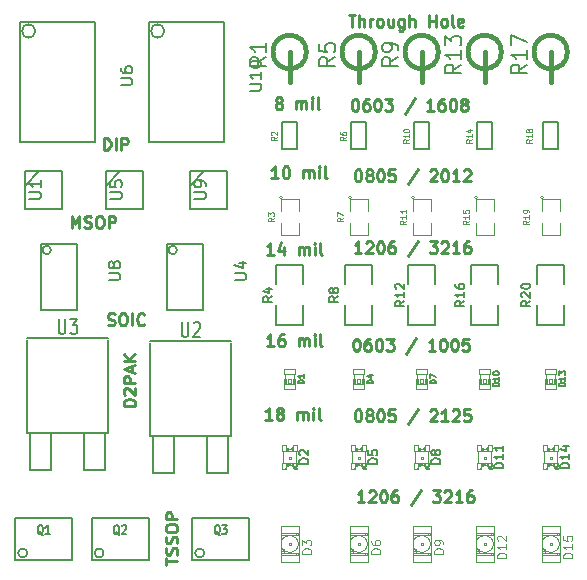
<source format=gto>
G04 (created by PCBNEW (2013-07-07 BZR 4022)-stable) date 1/30/2014 9:36:02 PM*
%MOIN*%
G04 Gerber Fmt 3.4, Leading zero omitted, Abs format*
%FSLAX34Y34*%
G01*
G70*
G90*
G04 APERTURE LIST*
%ADD10C,0.00590551*%
%ADD11C,0.00984252*%
%ADD12C,0.005*%
%ADD13C,0.0039*%
%ADD14C,0.015*%
%ADD15C,0.008*%
%ADD16C,0.0026*%
%ADD17C,0.004*%
%ADD18C,0.002*%
%ADD19C,0.0043*%
%ADD20C,0.0045*%
%ADD21C,0.006*%
%ADD22C,0.0035*%
%ADD23C,0.00625*%
%ADD24C,0.0063*%
G04 APERTURE END LIST*
G54D10*
G54D11*
X82065Y-65390D02*
X82065Y-65165D01*
X82459Y-65278D02*
X82065Y-65278D01*
X82440Y-65053D02*
X82459Y-64996D01*
X82459Y-64903D01*
X82440Y-64865D01*
X82421Y-64846D01*
X82384Y-64828D01*
X82346Y-64828D01*
X82309Y-64846D01*
X82290Y-64865D01*
X82271Y-64903D01*
X82253Y-64978D01*
X82234Y-65015D01*
X82215Y-65034D01*
X82178Y-65053D01*
X82140Y-65053D01*
X82103Y-65034D01*
X82084Y-65015D01*
X82065Y-64978D01*
X82065Y-64884D01*
X82084Y-64828D01*
X82440Y-64678D02*
X82459Y-64621D01*
X82459Y-64528D01*
X82440Y-64490D01*
X82421Y-64471D01*
X82384Y-64453D01*
X82346Y-64453D01*
X82309Y-64471D01*
X82290Y-64490D01*
X82271Y-64528D01*
X82253Y-64603D01*
X82234Y-64640D01*
X82215Y-64659D01*
X82178Y-64678D01*
X82140Y-64678D01*
X82103Y-64659D01*
X82084Y-64640D01*
X82065Y-64603D01*
X82065Y-64509D01*
X82084Y-64453D01*
X82065Y-64209D02*
X82065Y-64134D01*
X82084Y-64096D01*
X82121Y-64059D01*
X82196Y-64040D01*
X82328Y-64040D01*
X82403Y-64059D01*
X82440Y-64096D01*
X82459Y-64134D01*
X82459Y-64209D01*
X82440Y-64246D01*
X82403Y-64284D01*
X82328Y-64303D01*
X82196Y-64303D01*
X82121Y-64284D01*
X82084Y-64246D01*
X82065Y-64209D01*
X82459Y-63871D02*
X82065Y-63871D01*
X82065Y-63721D01*
X82084Y-63684D01*
X82103Y-63665D01*
X82140Y-63646D01*
X82196Y-63646D01*
X82234Y-63665D01*
X82253Y-63684D01*
X82271Y-63721D01*
X82271Y-63871D01*
X81059Y-60103D02*
X80665Y-60103D01*
X80665Y-60009D01*
X80684Y-59953D01*
X80721Y-59915D01*
X80759Y-59896D01*
X80834Y-59878D01*
X80890Y-59878D01*
X80965Y-59896D01*
X81003Y-59915D01*
X81040Y-59953D01*
X81059Y-60009D01*
X81059Y-60103D01*
X80703Y-59728D02*
X80684Y-59709D01*
X80665Y-59671D01*
X80665Y-59578D01*
X80684Y-59540D01*
X80703Y-59521D01*
X80740Y-59503D01*
X80778Y-59503D01*
X80834Y-59521D01*
X81059Y-59746D01*
X81059Y-59503D01*
X81059Y-59334D02*
X80665Y-59334D01*
X80665Y-59184D01*
X80684Y-59146D01*
X80703Y-59128D01*
X80740Y-59109D01*
X80796Y-59109D01*
X80834Y-59128D01*
X80853Y-59146D01*
X80871Y-59184D01*
X80871Y-59334D01*
X80946Y-58959D02*
X80946Y-58771D01*
X81059Y-58996D02*
X80665Y-58865D01*
X81059Y-58734D01*
X81059Y-58603D02*
X80665Y-58603D01*
X81059Y-58378D02*
X80834Y-58546D01*
X80665Y-58378D02*
X80890Y-58603D01*
X80140Y-57390D02*
X80196Y-57409D01*
X80290Y-57409D01*
X80328Y-57390D01*
X80346Y-57371D01*
X80365Y-57334D01*
X80365Y-57296D01*
X80346Y-57259D01*
X80328Y-57240D01*
X80290Y-57221D01*
X80215Y-57203D01*
X80178Y-57184D01*
X80159Y-57165D01*
X80140Y-57128D01*
X80140Y-57090D01*
X80159Y-57053D01*
X80178Y-57034D01*
X80215Y-57015D01*
X80309Y-57015D01*
X80365Y-57034D01*
X80609Y-57015D02*
X80684Y-57015D01*
X80721Y-57034D01*
X80759Y-57071D01*
X80778Y-57146D01*
X80778Y-57278D01*
X80759Y-57353D01*
X80721Y-57390D01*
X80684Y-57409D01*
X80609Y-57409D01*
X80571Y-57390D01*
X80534Y-57353D01*
X80515Y-57278D01*
X80515Y-57146D01*
X80534Y-57071D01*
X80571Y-57034D01*
X80609Y-57015D01*
X80946Y-57409D02*
X80946Y-57015D01*
X81359Y-57371D02*
X81340Y-57390D01*
X81284Y-57409D01*
X81246Y-57409D01*
X81190Y-57390D01*
X81153Y-57353D01*
X81134Y-57315D01*
X81115Y-57240D01*
X81115Y-57184D01*
X81134Y-57109D01*
X81153Y-57071D01*
X81190Y-57034D01*
X81246Y-57015D01*
X81284Y-57015D01*
X81340Y-57034D01*
X81359Y-57053D01*
X78928Y-54159D02*
X78928Y-53765D01*
X79059Y-54046D01*
X79190Y-53765D01*
X79190Y-54159D01*
X79359Y-54140D02*
X79415Y-54159D01*
X79509Y-54159D01*
X79546Y-54140D01*
X79565Y-54121D01*
X79584Y-54084D01*
X79584Y-54046D01*
X79565Y-54009D01*
X79546Y-53990D01*
X79509Y-53971D01*
X79434Y-53953D01*
X79396Y-53934D01*
X79378Y-53915D01*
X79359Y-53878D01*
X79359Y-53840D01*
X79378Y-53803D01*
X79396Y-53784D01*
X79434Y-53765D01*
X79528Y-53765D01*
X79584Y-53784D01*
X79828Y-53765D02*
X79903Y-53765D01*
X79940Y-53784D01*
X79978Y-53821D01*
X79996Y-53896D01*
X79996Y-54028D01*
X79978Y-54103D01*
X79940Y-54140D01*
X79903Y-54159D01*
X79828Y-54159D01*
X79790Y-54140D01*
X79753Y-54103D01*
X79734Y-54028D01*
X79734Y-53896D01*
X79753Y-53821D01*
X79790Y-53784D01*
X79828Y-53765D01*
X80165Y-54159D02*
X80165Y-53765D01*
X80315Y-53765D01*
X80353Y-53784D01*
X80371Y-53803D01*
X80390Y-53840D01*
X80390Y-53896D01*
X80371Y-53934D01*
X80353Y-53953D01*
X80315Y-53971D01*
X80165Y-53971D01*
X80006Y-51559D02*
X80006Y-51165D01*
X80100Y-51165D01*
X80156Y-51184D01*
X80193Y-51221D01*
X80212Y-51259D01*
X80231Y-51334D01*
X80231Y-51390D01*
X80212Y-51465D01*
X80193Y-51503D01*
X80156Y-51540D01*
X80100Y-51559D01*
X80006Y-51559D01*
X80400Y-51559D02*
X80400Y-51165D01*
X80587Y-51559D02*
X80587Y-51165D01*
X80737Y-51165D01*
X80774Y-51184D01*
X80793Y-51203D01*
X80812Y-51240D01*
X80812Y-51296D01*
X80793Y-51334D01*
X80774Y-51353D01*
X80737Y-51371D01*
X80587Y-51371D01*
X85615Y-60559D02*
X85390Y-60559D01*
X85503Y-60559D02*
X85503Y-60165D01*
X85465Y-60221D01*
X85428Y-60259D01*
X85390Y-60278D01*
X85840Y-60334D02*
X85803Y-60315D01*
X85784Y-60296D01*
X85765Y-60259D01*
X85765Y-60240D01*
X85784Y-60203D01*
X85803Y-60184D01*
X85840Y-60165D01*
X85915Y-60165D01*
X85953Y-60184D01*
X85971Y-60203D01*
X85990Y-60240D01*
X85990Y-60259D01*
X85971Y-60296D01*
X85953Y-60315D01*
X85915Y-60334D01*
X85840Y-60334D01*
X85803Y-60353D01*
X85784Y-60371D01*
X85765Y-60409D01*
X85765Y-60484D01*
X85784Y-60521D01*
X85803Y-60540D01*
X85840Y-60559D01*
X85915Y-60559D01*
X85953Y-60540D01*
X85971Y-60521D01*
X85990Y-60484D01*
X85990Y-60409D01*
X85971Y-60371D01*
X85953Y-60353D01*
X85915Y-60334D01*
X86459Y-60559D02*
X86459Y-60296D01*
X86459Y-60334D02*
X86478Y-60315D01*
X86515Y-60296D01*
X86571Y-60296D01*
X86609Y-60315D01*
X86628Y-60353D01*
X86628Y-60559D01*
X86628Y-60353D02*
X86646Y-60315D01*
X86684Y-60296D01*
X86740Y-60296D01*
X86778Y-60315D01*
X86796Y-60353D01*
X86796Y-60559D01*
X86984Y-60559D02*
X86984Y-60296D01*
X86984Y-60165D02*
X86965Y-60184D01*
X86984Y-60203D01*
X87003Y-60184D01*
X86984Y-60165D01*
X86984Y-60203D01*
X87228Y-60559D02*
X87190Y-60540D01*
X87171Y-60503D01*
X87171Y-60165D01*
X85665Y-58109D02*
X85440Y-58109D01*
X85553Y-58109D02*
X85553Y-57715D01*
X85515Y-57771D01*
X85478Y-57809D01*
X85440Y-57828D01*
X86003Y-57715D02*
X85928Y-57715D01*
X85890Y-57734D01*
X85871Y-57753D01*
X85834Y-57809D01*
X85815Y-57884D01*
X85815Y-58034D01*
X85834Y-58071D01*
X85853Y-58090D01*
X85890Y-58109D01*
X85965Y-58109D01*
X86003Y-58090D01*
X86021Y-58071D01*
X86040Y-58034D01*
X86040Y-57940D01*
X86021Y-57903D01*
X86003Y-57884D01*
X85965Y-57865D01*
X85890Y-57865D01*
X85853Y-57884D01*
X85834Y-57903D01*
X85815Y-57940D01*
X86509Y-58109D02*
X86509Y-57846D01*
X86509Y-57884D02*
X86528Y-57865D01*
X86565Y-57846D01*
X86621Y-57846D01*
X86659Y-57865D01*
X86678Y-57903D01*
X86678Y-58109D01*
X86678Y-57903D02*
X86696Y-57865D01*
X86734Y-57846D01*
X86790Y-57846D01*
X86828Y-57865D01*
X86846Y-57903D01*
X86846Y-58109D01*
X87034Y-58109D02*
X87034Y-57846D01*
X87034Y-57715D02*
X87015Y-57734D01*
X87034Y-57753D01*
X87053Y-57734D01*
X87034Y-57715D01*
X87034Y-57753D01*
X87278Y-58109D02*
X87240Y-58090D01*
X87221Y-58053D01*
X87221Y-57715D01*
X85665Y-55059D02*
X85440Y-55059D01*
X85553Y-55059D02*
X85553Y-54665D01*
X85515Y-54721D01*
X85478Y-54759D01*
X85440Y-54778D01*
X86003Y-54796D02*
X86003Y-55059D01*
X85909Y-54646D02*
X85815Y-54928D01*
X86059Y-54928D01*
X86509Y-55059D02*
X86509Y-54796D01*
X86509Y-54834D02*
X86528Y-54815D01*
X86565Y-54796D01*
X86621Y-54796D01*
X86659Y-54815D01*
X86678Y-54853D01*
X86678Y-55059D01*
X86678Y-54853D02*
X86696Y-54815D01*
X86734Y-54796D01*
X86790Y-54796D01*
X86828Y-54815D01*
X86846Y-54853D01*
X86846Y-55059D01*
X87034Y-55059D02*
X87034Y-54796D01*
X87034Y-54665D02*
X87015Y-54684D01*
X87034Y-54703D01*
X87053Y-54684D01*
X87034Y-54665D01*
X87034Y-54703D01*
X87278Y-55059D02*
X87240Y-55040D01*
X87221Y-55003D01*
X87221Y-54665D01*
X85815Y-52509D02*
X85590Y-52509D01*
X85703Y-52509D02*
X85703Y-52115D01*
X85665Y-52171D01*
X85628Y-52209D01*
X85590Y-52228D01*
X86059Y-52115D02*
X86096Y-52115D01*
X86134Y-52134D01*
X86153Y-52153D01*
X86171Y-52190D01*
X86190Y-52265D01*
X86190Y-52359D01*
X86171Y-52434D01*
X86153Y-52471D01*
X86134Y-52490D01*
X86096Y-52509D01*
X86059Y-52509D01*
X86021Y-52490D01*
X86003Y-52471D01*
X85984Y-52434D01*
X85965Y-52359D01*
X85965Y-52265D01*
X85984Y-52190D01*
X86003Y-52153D01*
X86021Y-52134D01*
X86059Y-52115D01*
X86659Y-52509D02*
X86659Y-52246D01*
X86659Y-52284D02*
X86678Y-52265D01*
X86715Y-52246D01*
X86771Y-52246D01*
X86809Y-52265D01*
X86828Y-52303D01*
X86828Y-52509D01*
X86828Y-52303D02*
X86846Y-52265D01*
X86884Y-52246D01*
X86940Y-52246D01*
X86978Y-52265D01*
X86996Y-52303D01*
X86996Y-52509D01*
X87184Y-52509D02*
X87184Y-52246D01*
X87184Y-52115D02*
X87165Y-52134D01*
X87184Y-52153D01*
X87203Y-52134D01*
X87184Y-52115D01*
X87184Y-52153D01*
X87428Y-52509D02*
X87390Y-52490D01*
X87371Y-52453D01*
X87371Y-52115D01*
X85803Y-49984D02*
X85765Y-49965D01*
X85746Y-49946D01*
X85728Y-49909D01*
X85728Y-49890D01*
X85746Y-49853D01*
X85765Y-49834D01*
X85803Y-49815D01*
X85878Y-49815D01*
X85915Y-49834D01*
X85934Y-49853D01*
X85953Y-49890D01*
X85953Y-49909D01*
X85934Y-49946D01*
X85915Y-49965D01*
X85878Y-49984D01*
X85803Y-49984D01*
X85765Y-50003D01*
X85746Y-50021D01*
X85728Y-50059D01*
X85728Y-50134D01*
X85746Y-50171D01*
X85765Y-50190D01*
X85803Y-50209D01*
X85878Y-50209D01*
X85915Y-50190D01*
X85934Y-50171D01*
X85953Y-50134D01*
X85953Y-50059D01*
X85934Y-50021D01*
X85915Y-50003D01*
X85878Y-49984D01*
X86421Y-50209D02*
X86421Y-49946D01*
X86421Y-49984D02*
X86440Y-49965D01*
X86478Y-49946D01*
X86534Y-49946D01*
X86571Y-49965D01*
X86590Y-50003D01*
X86590Y-50209D01*
X86590Y-50003D02*
X86609Y-49965D01*
X86646Y-49946D01*
X86703Y-49946D01*
X86740Y-49965D01*
X86759Y-50003D01*
X86759Y-50209D01*
X86946Y-50209D02*
X86946Y-49946D01*
X86946Y-49815D02*
X86928Y-49834D01*
X86946Y-49853D01*
X86965Y-49834D01*
X86946Y-49815D01*
X86946Y-49853D01*
X87190Y-50209D02*
X87153Y-50190D01*
X87134Y-50153D01*
X87134Y-49815D01*
X88693Y-63309D02*
X88468Y-63309D01*
X88581Y-63309D02*
X88581Y-62915D01*
X88543Y-62971D01*
X88506Y-63009D01*
X88468Y-63028D01*
X88843Y-62953D02*
X88862Y-62934D01*
X88900Y-62915D01*
X88993Y-62915D01*
X89031Y-62934D01*
X89050Y-62953D01*
X89068Y-62990D01*
X89068Y-63028D01*
X89050Y-63084D01*
X88825Y-63309D01*
X89068Y-63309D01*
X89312Y-62915D02*
X89350Y-62915D01*
X89387Y-62934D01*
X89406Y-62953D01*
X89425Y-62990D01*
X89443Y-63065D01*
X89443Y-63159D01*
X89425Y-63234D01*
X89406Y-63271D01*
X89387Y-63290D01*
X89350Y-63309D01*
X89312Y-63309D01*
X89275Y-63290D01*
X89256Y-63271D01*
X89237Y-63234D01*
X89218Y-63159D01*
X89218Y-63065D01*
X89237Y-62990D01*
X89256Y-62953D01*
X89275Y-62934D01*
X89312Y-62915D01*
X89781Y-62915D02*
X89706Y-62915D01*
X89668Y-62934D01*
X89650Y-62953D01*
X89612Y-63009D01*
X89593Y-63084D01*
X89593Y-63234D01*
X89612Y-63271D01*
X89631Y-63290D01*
X89668Y-63309D01*
X89743Y-63309D01*
X89781Y-63290D01*
X89800Y-63271D01*
X89818Y-63234D01*
X89818Y-63140D01*
X89800Y-63103D01*
X89781Y-63084D01*
X89743Y-63065D01*
X89668Y-63065D01*
X89631Y-63084D01*
X89612Y-63103D01*
X89593Y-63140D01*
X90568Y-62896D02*
X90231Y-63403D01*
X90962Y-62915D02*
X91206Y-62915D01*
X91074Y-63065D01*
X91131Y-63065D01*
X91168Y-63084D01*
X91187Y-63103D01*
X91206Y-63140D01*
X91206Y-63234D01*
X91187Y-63271D01*
X91168Y-63290D01*
X91131Y-63309D01*
X91018Y-63309D01*
X90981Y-63290D01*
X90962Y-63271D01*
X91356Y-62953D02*
X91374Y-62934D01*
X91412Y-62915D01*
X91506Y-62915D01*
X91543Y-62934D01*
X91562Y-62953D01*
X91581Y-62990D01*
X91581Y-63028D01*
X91562Y-63084D01*
X91337Y-63309D01*
X91581Y-63309D01*
X91956Y-63309D02*
X91731Y-63309D01*
X91843Y-63309D02*
X91843Y-62915D01*
X91806Y-62971D01*
X91768Y-63009D01*
X91731Y-63028D01*
X92293Y-62915D02*
X92218Y-62915D01*
X92181Y-62934D01*
X92162Y-62953D01*
X92124Y-63009D01*
X92106Y-63084D01*
X92106Y-63234D01*
X92124Y-63271D01*
X92143Y-63290D01*
X92181Y-63309D01*
X92256Y-63309D01*
X92293Y-63290D01*
X92312Y-63271D01*
X92331Y-63234D01*
X92331Y-63140D01*
X92312Y-63103D01*
X92293Y-63084D01*
X92256Y-63065D01*
X92181Y-63065D01*
X92143Y-63084D01*
X92124Y-63103D01*
X92106Y-63140D01*
X88462Y-60215D02*
X88500Y-60215D01*
X88537Y-60234D01*
X88556Y-60253D01*
X88575Y-60290D01*
X88593Y-60365D01*
X88593Y-60459D01*
X88575Y-60534D01*
X88556Y-60571D01*
X88537Y-60590D01*
X88500Y-60609D01*
X88462Y-60609D01*
X88425Y-60590D01*
X88406Y-60571D01*
X88387Y-60534D01*
X88368Y-60459D01*
X88368Y-60365D01*
X88387Y-60290D01*
X88406Y-60253D01*
X88425Y-60234D01*
X88462Y-60215D01*
X88818Y-60384D02*
X88781Y-60365D01*
X88762Y-60346D01*
X88743Y-60309D01*
X88743Y-60290D01*
X88762Y-60253D01*
X88781Y-60234D01*
X88818Y-60215D01*
X88893Y-60215D01*
X88931Y-60234D01*
X88950Y-60253D01*
X88968Y-60290D01*
X88968Y-60309D01*
X88950Y-60346D01*
X88931Y-60365D01*
X88893Y-60384D01*
X88818Y-60384D01*
X88781Y-60403D01*
X88762Y-60421D01*
X88743Y-60459D01*
X88743Y-60534D01*
X88762Y-60571D01*
X88781Y-60590D01*
X88818Y-60609D01*
X88893Y-60609D01*
X88931Y-60590D01*
X88950Y-60571D01*
X88968Y-60534D01*
X88968Y-60459D01*
X88950Y-60421D01*
X88931Y-60403D01*
X88893Y-60384D01*
X89212Y-60215D02*
X89250Y-60215D01*
X89287Y-60234D01*
X89306Y-60253D01*
X89325Y-60290D01*
X89343Y-60365D01*
X89343Y-60459D01*
X89325Y-60534D01*
X89306Y-60571D01*
X89287Y-60590D01*
X89250Y-60609D01*
X89212Y-60609D01*
X89175Y-60590D01*
X89156Y-60571D01*
X89137Y-60534D01*
X89118Y-60459D01*
X89118Y-60365D01*
X89137Y-60290D01*
X89156Y-60253D01*
X89175Y-60234D01*
X89212Y-60215D01*
X89700Y-60215D02*
X89512Y-60215D01*
X89493Y-60403D01*
X89512Y-60384D01*
X89550Y-60365D01*
X89643Y-60365D01*
X89681Y-60384D01*
X89700Y-60403D01*
X89718Y-60440D01*
X89718Y-60534D01*
X89700Y-60571D01*
X89681Y-60590D01*
X89643Y-60609D01*
X89550Y-60609D01*
X89512Y-60590D01*
X89493Y-60571D01*
X90468Y-60196D02*
X90131Y-60703D01*
X90881Y-60253D02*
X90899Y-60234D01*
X90937Y-60215D01*
X91031Y-60215D01*
X91068Y-60234D01*
X91087Y-60253D01*
X91106Y-60290D01*
X91106Y-60328D01*
X91087Y-60384D01*
X90862Y-60609D01*
X91106Y-60609D01*
X91481Y-60609D02*
X91256Y-60609D01*
X91368Y-60609D02*
X91368Y-60215D01*
X91331Y-60271D01*
X91293Y-60309D01*
X91256Y-60328D01*
X91631Y-60253D02*
X91649Y-60234D01*
X91687Y-60215D01*
X91781Y-60215D01*
X91818Y-60234D01*
X91837Y-60253D01*
X91856Y-60290D01*
X91856Y-60328D01*
X91837Y-60384D01*
X91612Y-60609D01*
X91856Y-60609D01*
X92212Y-60215D02*
X92024Y-60215D01*
X92006Y-60403D01*
X92024Y-60384D01*
X92062Y-60365D01*
X92156Y-60365D01*
X92193Y-60384D01*
X92212Y-60403D01*
X92231Y-60440D01*
X92231Y-60534D01*
X92212Y-60571D01*
X92193Y-60590D01*
X92156Y-60609D01*
X92062Y-60609D01*
X92024Y-60590D01*
X92006Y-60571D01*
X88412Y-57865D02*
X88450Y-57865D01*
X88487Y-57884D01*
X88506Y-57903D01*
X88525Y-57940D01*
X88543Y-58015D01*
X88543Y-58109D01*
X88525Y-58184D01*
X88506Y-58221D01*
X88487Y-58240D01*
X88450Y-58259D01*
X88412Y-58259D01*
X88375Y-58240D01*
X88356Y-58221D01*
X88337Y-58184D01*
X88318Y-58109D01*
X88318Y-58015D01*
X88337Y-57940D01*
X88356Y-57903D01*
X88375Y-57884D01*
X88412Y-57865D01*
X88881Y-57865D02*
X88806Y-57865D01*
X88768Y-57884D01*
X88750Y-57903D01*
X88712Y-57959D01*
X88693Y-58034D01*
X88693Y-58184D01*
X88712Y-58221D01*
X88731Y-58240D01*
X88768Y-58259D01*
X88843Y-58259D01*
X88881Y-58240D01*
X88900Y-58221D01*
X88918Y-58184D01*
X88918Y-58090D01*
X88900Y-58053D01*
X88881Y-58034D01*
X88843Y-58015D01*
X88768Y-58015D01*
X88731Y-58034D01*
X88712Y-58053D01*
X88693Y-58090D01*
X89162Y-57865D02*
X89200Y-57865D01*
X89237Y-57884D01*
X89256Y-57903D01*
X89275Y-57940D01*
X89293Y-58015D01*
X89293Y-58109D01*
X89275Y-58184D01*
X89256Y-58221D01*
X89237Y-58240D01*
X89200Y-58259D01*
X89162Y-58259D01*
X89125Y-58240D01*
X89106Y-58221D01*
X89087Y-58184D01*
X89068Y-58109D01*
X89068Y-58015D01*
X89087Y-57940D01*
X89106Y-57903D01*
X89125Y-57884D01*
X89162Y-57865D01*
X89425Y-57865D02*
X89668Y-57865D01*
X89537Y-58015D01*
X89593Y-58015D01*
X89631Y-58034D01*
X89650Y-58053D01*
X89668Y-58090D01*
X89668Y-58184D01*
X89650Y-58221D01*
X89631Y-58240D01*
X89593Y-58259D01*
X89481Y-58259D01*
X89443Y-58240D01*
X89425Y-58221D01*
X90418Y-57846D02*
X90081Y-58353D01*
X91056Y-58259D02*
X90831Y-58259D01*
X90943Y-58259D02*
X90943Y-57865D01*
X90906Y-57921D01*
X90868Y-57959D01*
X90831Y-57978D01*
X91299Y-57865D02*
X91337Y-57865D01*
X91374Y-57884D01*
X91393Y-57903D01*
X91412Y-57940D01*
X91431Y-58015D01*
X91431Y-58109D01*
X91412Y-58184D01*
X91393Y-58221D01*
X91374Y-58240D01*
X91337Y-58259D01*
X91299Y-58259D01*
X91262Y-58240D01*
X91243Y-58221D01*
X91224Y-58184D01*
X91206Y-58109D01*
X91206Y-58015D01*
X91224Y-57940D01*
X91243Y-57903D01*
X91262Y-57884D01*
X91299Y-57865D01*
X91674Y-57865D02*
X91712Y-57865D01*
X91749Y-57884D01*
X91768Y-57903D01*
X91787Y-57940D01*
X91806Y-58015D01*
X91806Y-58109D01*
X91787Y-58184D01*
X91768Y-58221D01*
X91749Y-58240D01*
X91712Y-58259D01*
X91674Y-58259D01*
X91637Y-58240D01*
X91618Y-58221D01*
X91599Y-58184D01*
X91581Y-58109D01*
X91581Y-58015D01*
X91599Y-57940D01*
X91618Y-57903D01*
X91637Y-57884D01*
X91674Y-57865D01*
X92162Y-57865D02*
X91974Y-57865D01*
X91956Y-58053D01*
X91974Y-58034D01*
X92012Y-58015D01*
X92106Y-58015D01*
X92143Y-58034D01*
X92162Y-58053D01*
X92181Y-58090D01*
X92181Y-58184D01*
X92162Y-58221D01*
X92143Y-58240D01*
X92106Y-58259D01*
X92012Y-58259D01*
X91974Y-58240D01*
X91956Y-58221D01*
X88593Y-55009D02*
X88368Y-55009D01*
X88481Y-55009D02*
X88481Y-54615D01*
X88443Y-54671D01*
X88406Y-54709D01*
X88368Y-54728D01*
X88743Y-54653D02*
X88762Y-54634D01*
X88800Y-54615D01*
X88893Y-54615D01*
X88931Y-54634D01*
X88950Y-54653D01*
X88968Y-54690D01*
X88968Y-54728D01*
X88950Y-54784D01*
X88725Y-55009D01*
X88968Y-55009D01*
X89212Y-54615D02*
X89250Y-54615D01*
X89287Y-54634D01*
X89306Y-54653D01*
X89325Y-54690D01*
X89343Y-54765D01*
X89343Y-54859D01*
X89325Y-54934D01*
X89306Y-54971D01*
X89287Y-54990D01*
X89250Y-55009D01*
X89212Y-55009D01*
X89175Y-54990D01*
X89156Y-54971D01*
X89137Y-54934D01*
X89118Y-54859D01*
X89118Y-54765D01*
X89137Y-54690D01*
X89156Y-54653D01*
X89175Y-54634D01*
X89212Y-54615D01*
X89681Y-54615D02*
X89606Y-54615D01*
X89568Y-54634D01*
X89550Y-54653D01*
X89512Y-54709D01*
X89493Y-54784D01*
X89493Y-54934D01*
X89512Y-54971D01*
X89531Y-54990D01*
X89568Y-55009D01*
X89643Y-55009D01*
X89681Y-54990D01*
X89700Y-54971D01*
X89718Y-54934D01*
X89718Y-54840D01*
X89700Y-54803D01*
X89681Y-54784D01*
X89643Y-54765D01*
X89568Y-54765D01*
X89531Y-54784D01*
X89512Y-54803D01*
X89493Y-54840D01*
X90468Y-54596D02*
X90131Y-55103D01*
X90862Y-54615D02*
X91106Y-54615D01*
X90974Y-54765D01*
X91031Y-54765D01*
X91068Y-54784D01*
X91087Y-54803D01*
X91106Y-54840D01*
X91106Y-54934D01*
X91087Y-54971D01*
X91068Y-54990D01*
X91031Y-55009D01*
X90918Y-55009D01*
X90881Y-54990D01*
X90862Y-54971D01*
X91256Y-54653D02*
X91274Y-54634D01*
X91312Y-54615D01*
X91406Y-54615D01*
X91443Y-54634D01*
X91462Y-54653D01*
X91481Y-54690D01*
X91481Y-54728D01*
X91462Y-54784D01*
X91237Y-55009D01*
X91481Y-55009D01*
X91856Y-55009D02*
X91631Y-55009D01*
X91743Y-55009D02*
X91743Y-54615D01*
X91706Y-54671D01*
X91668Y-54709D01*
X91631Y-54728D01*
X92193Y-54615D02*
X92118Y-54615D01*
X92081Y-54634D01*
X92062Y-54653D01*
X92024Y-54709D01*
X92006Y-54784D01*
X92006Y-54934D01*
X92024Y-54971D01*
X92043Y-54990D01*
X92081Y-55009D01*
X92155Y-55009D01*
X92193Y-54990D01*
X92212Y-54971D01*
X92230Y-54934D01*
X92230Y-54840D01*
X92212Y-54803D01*
X92193Y-54784D01*
X92155Y-54765D01*
X92081Y-54765D01*
X92043Y-54784D01*
X92024Y-54803D01*
X92006Y-54840D01*
X88462Y-52215D02*
X88500Y-52215D01*
X88537Y-52234D01*
X88556Y-52253D01*
X88575Y-52290D01*
X88593Y-52365D01*
X88593Y-52459D01*
X88575Y-52534D01*
X88556Y-52571D01*
X88537Y-52590D01*
X88500Y-52609D01*
X88462Y-52609D01*
X88425Y-52590D01*
X88406Y-52571D01*
X88387Y-52534D01*
X88368Y-52459D01*
X88368Y-52365D01*
X88387Y-52290D01*
X88406Y-52253D01*
X88425Y-52234D01*
X88462Y-52215D01*
X88818Y-52384D02*
X88781Y-52365D01*
X88762Y-52346D01*
X88743Y-52309D01*
X88743Y-52290D01*
X88762Y-52253D01*
X88781Y-52234D01*
X88818Y-52215D01*
X88893Y-52215D01*
X88931Y-52234D01*
X88950Y-52253D01*
X88968Y-52290D01*
X88968Y-52309D01*
X88950Y-52346D01*
X88931Y-52365D01*
X88893Y-52384D01*
X88818Y-52384D01*
X88781Y-52403D01*
X88762Y-52421D01*
X88743Y-52459D01*
X88743Y-52534D01*
X88762Y-52571D01*
X88781Y-52590D01*
X88818Y-52609D01*
X88893Y-52609D01*
X88931Y-52590D01*
X88950Y-52571D01*
X88968Y-52534D01*
X88968Y-52459D01*
X88950Y-52421D01*
X88931Y-52403D01*
X88893Y-52384D01*
X89212Y-52215D02*
X89250Y-52215D01*
X89287Y-52234D01*
X89306Y-52253D01*
X89325Y-52290D01*
X89343Y-52365D01*
X89343Y-52459D01*
X89325Y-52534D01*
X89306Y-52571D01*
X89287Y-52590D01*
X89250Y-52609D01*
X89212Y-52609D01*
X89175Y-52590D01*
X89156Y-52571D01*
X89137Y-52534D01*
X89118Y-52459D01*
X89118Y-52365D01*
X89137Y-52290D01*
X89156Y-52253D01*
X89175Y-52234D01*
X89212Y-52215D01*
X89700Y-52215D02*
X89512Y-52215D01*
X89493Y-52403D01*
X89512Y-52384D01*
X89550Y-52365D01*
X89643Y-52365D01*
X89681Y-52384D01*
X89700Y-52403D01*
X89718Y-52440D01*
X89718Y-52534D01*
X89700Y-52571D01*
X89681Y-52590D01*
X89643Y-52609D01*
X89550Y-52609D01*
X89512Y-52590D01*
X89493Y-52571D01*
X90468Y-52196D02*
X90131Y-52703D01*
X90881Y-52253D02*
X90899Y-52234D01*
X90937Y-52215D01*
X91031Y-52215D01*
X91068Y-52234D01*
X91087Y-52253D01*
X91106Y-52290D01*
X91106Y-52328D01*
X91087Y-52384D01*
X90862Y-52609D01*
X91106Y-52609D01*
X91349Y-52215D02*
X91387Y-52215D01*
X91424Y-52234D01*
X91443Y-52253D01*
X91462Y-52290D01*
X91481Y-52365D01*
X91481Y-52459D01*
X91462Y-52534D01*
X91443Y-52571D01*
X91424Y-52590D01*
X91387Y-52609D01*
X91349Y-52609D01*
X91312Y-52590D01*
X91293Y-52571D01*
X91274Y-52534D01*
X91256Y-52459D01*
X91256Y-52365D01*
X91274Y-52290D01*
X91293Y-52253D01*
X91312Y-52234D01*
X91349Y-52215D01*
X91856Y-52609D02*
X91631Y-52609D01*
X91743Y-52609D02*
X91743Y-52215D01*
X91706Y-52271D01*
X91668Y-52309D01*
X91631Y-52328D01*
X92006Y-52253D02*
X92024Y-52234D01*
X92062Y-52215D01*
X92156Y-52215D01*
X92193Y-52234D01*
X92212Y-52253D01*
X92231Y-52290D01*
X92231Y-52328D01*
X92212Y-52384D01*
X91987Y-52609D01*
X92231Y-52609D01*
X88362Y-49865D02*
X88400Y-49865D01*
X88437Y-49884D01*
X88456Y-49903D01*
X88475Y-49940D01*
X88493Y-50015D01*
X88493Y-50109D01*
X88475Y-50184D01*
X88456Y-50221D01*
X88437Y-50240D01*
X88400Y-50259D01*
X88362Y-50259D01*
X88325Y-50240D01*
X88306Y-50221D01*
X88287Y-50184D01*
X88268Y-50109D01*
X88268Y-50015D01*
X88287Y-49940D01*
X88306Y-49903D01*
X88325Y-49884D01*
X88362Y-49865D01*
X88831Y-49865D02*
X88756Y-49865D01*
X88718Y-49884D01*
X88700Y-49903D01*
X88662Y-49959D01*
X88643Y-50034D01*
X88643Y-50184D01*
X88662Y-50221D01*
X88681Y-50240D01*
X88718Y-50259D01*
X88793Y-50259D01*
X88831Y-50240D01*
X88850Y-50221D01*
X88868Y-50184D01*
X88868Y-50090D01*
X88850Y-50053D01*
X88831Y-50034D01*
X88793Y-50015D01*
X88718Y-50015D01*
X88681Y-50034D01*
X88662Y-50053D01*
X88643Y-50090D01*
X89112Y-49865D02*
X89150Y-49865D01*
X89187Y-49884D01*
X89206Y-49903D01*
X89225Y-49940D01*
X89243Y-50015D01*
X89243Y-50109D01*
X89225Y-50184D01*
X89206Y-50221D01*
X89187Y-50240D01*
X89150Y-50259D01*
X89112Y-50259D01*
X89075Y-50240D01*
X89056Y-50221D01*
X89037Y-50184D01*
X89018Y-50109D01*
X89018Y-50015D01*
X89037Y-49940D01*
X89056Y-49903D01*
X89075Y-49884D01*
X89112Y-49865D01*
X89375Y-49865D02*
X89618Y-49865D01*
X89487Y-50015D01*
X89543Y-50015D01*
X89581Y-50034D01*
X89600Y-50053D01*
X89618Y-50090D01*
X89618Y-50184D01*
X89600Y-50221D01*
X89581Y-50240D01*
X89543Y-50259D01*
X89431Y-50259D01*
X89393Y-50240D01*
X89375Y-50221D01*
X90368Y-49846D02*
X90031Y-50353D01*
X91006Y-50259D02*
X90781Y-50259D01*
X90893Y-50259D02*
X90893Y-49865D01*
X90856Y-49921D01*
X90818Y-49959D01*
X90781Y-49978D01*
X91343Y-49865D02*
X91268Y-49865D01*
X91231Y-49884D01*
X91212Y-49903D01*
X91174Y-49959D01*
X91156Y-50034D01*
X91156Y-50184D01*
X91174Y-50221D01*
X91193Y-50240D01*
X91231Y-50259D01*
X91306Y-50259D01*
X91343Y-50240D01*
X91362Y-50221D01*
X91381Y-50184D01*
X91381Y-50090D01*
X91362Y-50053D01*
X91343Y-50034D01*
X91306Y-50015D01*
X91231Y-50015D01*
X91193Y-50034D01*
X91174Y-50053D01*
X91156Y-50090D01*
X91624Y-49865D02*
X91662Y-49865D01*
X91699Y-49884D01*
X91718Y-49903D01*
X91737Y-49940D01*
X91756Y-50015D01*
X91756Y-50109D01*
X91737Y-50184D01*
X91718Y-50221D01*
X91699Y-50240D01*
X91662Y-50259D01*
X91624Y-50259D01*
X91587Y-50240D01*
X91568Y-50221D01*
X91549Y-50184D01*
X91531Y-50109D01*
X91531Y-50015D01*
X91549Y-49940D01*
X91568Y-49903D01*
X91587Y-49884D01*
X91624Y-49865D01*
X91981Y-50034D02*
X91943Y-50015D01*
X91924Y-49996D01*
X91906Y-49959D01*
X91906Y-49940D01*
X91924Y-49903D01*
X91943Y-49884D01*
X91981Y-49865D01*
X92056Y-49865D01*
X92093Y-49884D01*
X92112Y-49903D01*
X92131Y-49940D01*
X92131Y-49959D01*
X92112Y-49996D01*
X92093Y-50015D01*
X92056Y-50034D01*
X91981Y-50034D01*
X91943Y-50053D01*
X91924Y-50071D01*
X91906Y-50109D01*
X91906Y-50184D01*
X91924Y-50221D01*
X91943Y-50240D01*
X91981Y-50259D01*
X92056Y-50259D01*
X92093Y-50240D01*
X92112Y-50221D01*
X92131Y-50184D01*
X92131Y-50109D01*
X92112Y-50071D01*
X92093Y-50053D01*
X92056Y-50034D01*
X88168Y-47065D02*
X88393Y-47065D01*
X88281Y-47459D02*
X88281Y-47065D01*
X88525Y-47459D02*
X88525Y-47065D01*
X88693Y-47459D02*
X88693Y-47253D01*
X88675Y-47215D01*
X88637Y-47196D01*
X88581Y-47196D01*
X88543Y-47215D01*
X88525Y-47234D01*
X88881Y-47459D02*
X88881Y-47196D01*
X88881Y-47271D02*
X88900Y-47234D01*
X88918Y-47215D01*
X88956Y-47196D01*
X88993Y-47196D01*
X89181Y-47459D02*
X89143Y-47440D01*
X89125Y-47421D01*
X89106Y-47384D01*
X89106Y-47271D01*
X89125Y-47234D01*
X89143Y-47215D01*
X89181Y-47196D01*
X89237Y-47196D01*
X89275Y-47215D01*
X89293Y-47234D01*
X89312Y-47271D01*
X89312Y-47384D01*
X89293Y-47421D01*
X89275Y-47440D01*
X89237Y-47459D01*
X89181Y-47459D01*
X89650Y-47196D02*
X89650Y-47459D01*
X89481Y-47196D02*
X89481Y-47403D01*
X89500Y-47440D01*
X89537Y-47459D01*
X89593Y-47459D01*
X89631Y-47440D01*
X89650Y-47421D01*
X90006Y-47196D02*
X90006Y-47515D01*
X89987Y-47553D01*
X89968Y-47571D01*
X89931Y-47590D01*
X89875Y-47590D01*
X89837Y-47571D01*
X90006Y-47440D02*
X89968Y-47459D01*
X89893Y-47459D01*
X89856Y-47440D01*
X89837Y-47421D01*
X89818Y-47384D01*
X89818Y-47271D01*
X89837Y-47234D01*
X89856Y-47215D01*
X89893Y-47196D01*
X89968Y-47196D01*
X90006Y-47215D01*
X90193Y-47459D02*
X90193Y-47065D01*
X90362Y-47459D02*
X90362Y-47253D01*
X90343Y-47215D01*
X90306Y-47196D01*
X90249Y-47196D01*
X90212Y-47215D01*
X90193Y-47234D01*
X90849Y-47459D02*
X90849Y-47065D01*
X90849Y-47253D02*
X91074Y-47253D01*
X91074Y-47459D02*
X91074Y-47065D01*
X91318Y-47459D02*
X91281Y-47440D01*
X91262Y-47421D01*
X91243Y-47384D01*
X91243Y-47271D01*
X91262Y-47234D01*
X91281Y-47215D01*
X91318Y-47196D01*
X91374Y-47196D01*
X91412Y-47215D01*
X91431Y-47234D01*
X91449Y-47271D01*
X91449Y-47384D01*
X91431Y-47421D01*
X91412Y-47440D01*
X91374Y-47459D01*
X91318Y-47459D01*
X91674Y-47459D02*
X91637Y-47440D01*
X91618Y-47403D01*
X91618Y-47065D01*
X91974Y-47440D02*
X91937Y-47459D01*
X91862Y-47459D01*
X91824Y-47440D01*
X91806Y-47403D01*
X91806Y-47253D01*
X91824Y-47215D01*
X91862Y-47196D01*
X91937Y-47196D01*
X91974Y-47215D01*
X91993Y-47253D01*
X91993Y-47290D01*
X91806Y-47328D01*
G54D12*
X86650Y-55400D02*
X85750Y-55400D01*
X85750Y-55400D02*
X85750Y-56050D01*
X86650Y-56750D02*
X86650Y-57400D01*
X86650Y-57400D02*
X85750Y-57400D01*
X85750Y-57400D02*
X85750Y-56750D01*
X86650Y-56050D02*
X86650Y-55400D01*
X91050Y-55400D02*
X90150Y-55400D01*
X90150Y-55400D02*
X90150Y-56050D01*
X91050Y-56750D02*
X91050Y-57400D01*
X91050Y-57400D02*
X90150Y-57400D01*
X90150Y-57400D02*
X90150Y-56750D01*
X91050Y-56050D02*
X91050Y-55400D01*
X93150Y-55400D02*
X92250Y-55400D01*
X92250Y-55400D02*
X92250Y-56050D01*
X93150Y-56750D02*
X93150Y-57400D01*
X93150Y-57400D02*
X92250Y-57400D01*
X92250Y-57400D02*
X92250Y-56750D01*
X93150Y-56050D02*
X93150Y-55400D01*
X88950Y-55400D02*
X88050Y-55400D01*
X88050Y-55400D02*
X88050Y-56050D01*
X88950Y-56750D02*
X88950Y-57400D01*
X88950Y-57400D02*
X88050Y-57400D01*
X88050Y-57400D02*
X88050Y-56750D01*
X88950Y-56050D02*
X88950Y-55400D01*
X95350Y-55400D02*
X94450Y-55400D01*
X94450Y-55400D02*
X94450Y-56050D01*
X95350Y-56750D02*
X95350Y-57400D01*
X95350Y-57400D02*
X94450Y-57400D01*
X94450Y-57400D02*
X94450Y-56750D01*
X95350Y-56050D02*
X95350Y-55400D01*
G54D13*
X88250Y-53150D02*
G75*
G03X88250Y-53150I-50J0D01*
G74*
G01*
X88200Y-53600D02*
X88200Y-53200D01*
X88200Y-53200D02*
X88800Y-53200D01*
X88800Y-53200D02*
X88800Y-53600D01*
X88800Y-54000D02*
X88800Y-54400D01*
X88800Y-54400D02*
X88200Y-54400D01*
X88200Y-54400D02*
X88200Y-54000D01*
X85950Y-53150D02*
G75*
G03X85950Y-53150I-50J0D01*
G74*
G01*
X85900Y-53600D02*
X85900Y-53200D01*
X85900Y-53200D02*
X86500Y-53200D01*
X86500Y-53200D02*
X86500Y-53600D01*
X86500Y-54000D02*
X86500Y-54400D01*
X86500Y-54400D02*
X85900Y-54400D01*
X85900Y-54400D02*
X85900Y-54000D01*
X94650Y-53150D02*
G75*
G03X94650Y-53150I-50J0D01*
G74*
G01*
X94600Y-53600D02*
X94600Y-53200D01*
X94600Y-53200D02*
X95200Y-53200D01*
X95200Y-53200D02*
X95200Y-53600D01*
X95200Y-54000D02*
X95200Y-54400D01*
X95200Y-54400D02*
X94600Y-54400D01*
X94600Y-54400D02*
X94600Y-54000D01*
X92450Y-53150D02*
G75*
G03X92450Y-53150I-50J0D01*
G74*
G01*
X92400Y-53600D02*
X92400Y-53200D01*
X92400Y-53200D02*
X93000Y-53200D01*
X93000Y-53200D02*
X93000Y-53600D01*
X93000Y-54000D02*
X93000Y-54400D01*
X93000Y-54400D02*
X92400Y-54400D01*
X92400Y-54400D02*
X92400Y-54000D01*
X90350Y-53150D02*
G75*
G03X90350Y-53150I-50J0D01*
G74*
G01*
X90300Y-53600D02*
X90300Y-53200D01*
X90300Y-53200D02*
X90900Y-53200D01*
X90900Y-53200D02*
X90900Y-53600D01*
X90900Y-54000D02*
X90900Y-54400D01*
X90900Y-54400D02*
X90300Y-54400D01*
X90300Y-54400D02*
X90300Y-54000D01*
G54D12*
X95150Y-50650D02*
X95150Y-51550D01*
X95150Y-51550D02*
X94650Y-51550D01*
X94650Y-51550D02*
X94650Y-50650D01*
X94650Y-50650D02*
X95150Y-50650D01*
X92950Y-50650D02*
X92950Y-51550D01*
X92950Y-51550D02*
X92450Y-51550D01*
X92450Y-51550D02*
X92450Y-50650D01*
X92450Y-50650D02*
X92950Y-50650D01*
X90850Y-50650D02*
X90850Y-51550D01*
X90850Y-51550D02*
X90350Y-51550D01*
X90350Y-51550D02*
X90350Y-50650D01*
X90350Y-50650D02*
X90850Y-50650D01*
X88750Y-50650D02*
X88750Y-51550D01*
X88750Y-51550D02*
X88250Y-51550D01*
X88250Y-51550D02*
X88250Y-50650D01*
X88250Y-50650D02*
X88750Y-50650D01*
X86450Y-50650D02*
X86450Y-51550D01*
X86450Y-51550D02*
X85950Y-51550D01*
X85950Y-51550D02*
X85950Y-50650D01*
X85950Y-50650D02*
X86450Y-50650D01*
G54D14*
X92700Y-48300D02*
X92700Y-49300D01*
X93259Y-48300D02*
G75*
G03X93259Y-48300I-559J0D01*
G74*
G01*
X88500Y-48300D02*
X88500Y-49300D01*
X89059Y-48300D02*
G75*
G03X89059Y-48300I-559J0D01*
G74*
G01*
X86200Y-48300D02*
X86200Y-49300D01*
X86759Y-48300D02*
G75*
G03X86759Y-48300I-559J0D01*
G74*
G01*
X90600Y-48300D02*
X90600Y-49300D01*
X91159Y-48300D02*
G75*
G03X91159Y-48300I-559J0D01*
G74*
G01*
X94900Y-48300D02*
X94900Y-49300D01*
X95459Y-48300D02*
G75*
G03X95459Y-48300I-559J0D01*
G74*
G01*
G54D15*
X82875Y-52775D02*
X83350Y-52275D01*
X82875Y-52275D02*
X82875Y-53525D01*
X82875Y-53525D02*
X84125Y-53525D01*
X84125Y-53525D02*
X84125Y-52275D01*
X84125Y-52275D02*
X82875Y-52275D01*
X80075Y-52775D02*
X80550Y-52275D01*
X80075Y-52275D02*
X80075Y-53525D01*
X80075Y-53525D02*
X81325Y-53525D01*
X81325Y-53525D02*
X81325Y-52275D01*
X81325Y-52275D02*
X80075Y-52275D01*
G54D16*
X86161Y-64661D02*
X86161Y-64739D01*
X86161Y-64739D02*
X86239Y-64739D01*
X86239Y-64661D02*
X86239Y-64739D01*
X86161Y-64661D02*
X86239Y-64661D01*
X85925Y-64877D02*
X85925Y-65014D01*
X85925Y-65014D02*
X86023Y-65014D01*
X86023Y-64877D02*
X86023Y-65014D01*
X85925Y-64877D02*
X86023Y-64877D01*
X85925Y-65014D02*
X85925Y-65054D01*
X85925Y-65054D02*
X86396Y-65054D01*
X86396Y-65014D02*
X86396Y-65054D01*
X85925Y-65014D02*
X86396Y-65014D01*
X86416Y-65014D02*
X86416Y-65054D01*
X86416Y-65054D02*
X86475Y-65054D01*
X86475Y-65014D02*
X86475Y-65054D01*
X86416Y-65014D02*
X86475Y-65014D01*
X85925Y-64346D02*
X85925Y-64386D01*
X85925Y-64386D02*
X86396Y-64386D01*
X86396Y-64346D02*
X86396Y-64386D01*
X85925Y-64346D02*
X86396Y-64346D01*
X86416Y-64346D02*
X86416Y-64386D01*
X86416Y-64386D02*
X86475Y-64386D01*
X86475Y-64346D02*
X86475Y-64386D01*
X86416Y-64346D02*
X86475Y-64346D01*
X85925Y-64877D02*
X85925Y-64936D01*
X85925Y-64936D02*
X86023Y-64936D01*
X86023Y-64877D02*
X86023Y-64936D01*
X85925Y-64877D02*
X86023Y-64877D01*
G54D17*
X85905Y-65310D02*
X85905Y-64090D01*
X85905Y-64090D02*
X86495Y-64090D01*
X86495Y-64090D02*
X86495Y-65310D01*
X86495Y-65310D02*
X85905Y-65310D01*
X86003Y-64484D02*
G75*
G03X86004Y-64916I196J-215D01*
G74*
G01*
X86396Y-64484D02*
G75*
G03X86004Y-64483I-196J-215D01*
G74*
G01*
X86396Y-64915D02*
G75*
G03X86395Y-64483I-196J215D01*
G74*
G01*
X86003Y-64915D02*
G75*
G03X86395Y-64916I196J215D01*
G74*
G01*
G54D16*
X88461Y-64661D02*
X88461Y-64739D01*
X88461Y-64739D02*
X88539Y-64739D01*
X88539Y-64661D02*
X88539Y-64739D01*
X88461Y-64661D02*
X88539Y-64661D01*
X88225Y-64877D02*
X88225Y-65014D01*
X88225Y-65014D02*
X88323Y-65014D01*
X88323Y-64877D02*
X88323Y-65014D01*
X88225Y-64877D02*
X88323Y-64877D01*
X88225Y-65014D02*
X88225Y-65054D01*
X88225Y-65054D02*
X88696Y-65054D01*
X88696Y-65014D02*
X88696Y-65054D01*
X88225Y-65014D02*
X88696Y-65014D01*
X88716Y-65014D02*
X88716Y-65054D01*
X88716Y-65054D02*
X88775Y-65054D01*
X88775Y-65014D02*
X88775Y-65054D01*
X88716Y-65014D02*
X88775Y-65014D01*
X88225Y-64346D02*
X88225Y-64386D01*
X88225Y-64386D02*
X88696Y-64386D01*
X88696Y-64346D02*
X88696Y-64386D01*
X88225Y-64346D02*
X88696Y-64346D01*
X88716Y-64346D02*
X88716Y-64386D01*
X88716Y-64386D02*
X88775Y-64386D01*
X88775Y-64346D02*
X88775Y-64386D01*
X88716Y-64346D02*
X88775Y-64346D01*
X88225Y-64877D02*
X88225Y-64936D01*
X88225Y-64936D02*
X88323Y-64936D01*
X88323Y-64877D02*
X88323Y-64936D01*
X88225Y-64877D02*
X88323Y-64877D01*
G54D17*
X88205Y-65310D02*
X88205Y-64090D01*
X88205Y-64090D02*
X88795Y-64090D01*
X88795Y-64090D02*
X88795Y-65310D01*
X88795Y-65310D02*
X88205Y-65310D01*
X88303Y-64484D02*
G75*
G03X88304Y-64916I196J-215D01*
G74*
G01*
X88696Y-64484D02*
G75*
G03X88304Y-64483I-196J-215D01*
G74*
G01*
X88696Y-64915D02*
G75*
G03X88695Y-64483I-196J215D01*
G74*
G01*
X88303Y-64915D02*
G75*
G03X88695Y-64916I196J215D01*
G74*
G01*
G54D16*
X90561Y-64661D02*
X90561Y-64739D01*
X90561Y-64739D02*
X90639Y-64739D01*
X90639Y-64661D02*
X90639Y-64739D01*
X90561Y-64661D02*
X90639Y-64661D01*
X90325Y-64877D02*
X90325Y-65014D01*
X90325Y-65014D02*
X90423Y-65014D01*
X90423Y-64877D02*
X90423Y-65014D01*
X90325Y-64877D02*
X90423Y-64877D01*
X90325Y-65014D02*
X90325Y-65054D01*
X90325Y-65054D02*
X90796Y-65054D01*
X90796Y-65014D02*
X90796Y-65054D01*
X90325Y-65014D02*
X90796Y-65014D01*
X90816Y-65014D02*
X90816Y-65054D01*
X90816Y-65054D02*
X90875Y-65054D01*
X90875Y-65014D02*
X90875Y-65054D01*
X90816Y-65014D02*
X90875Y-65014D01*
X90325Y-64346D02*
X90325Y-64386D01*
X90325Y-64386D02*
X90796Y-64386D01*
X90796Y-64346D02*
X90796Y-64386D01*
X90325Y-64346D02*
X90796Y-64346D01*
X90816Y-64346D02*
X90816Y-64386D01*
X90816Y-64386D02*
X90875Y-64386D01*
X90875Y-64346D02*
X90875Y-64386D01*
X90816Y-64346D02*
X90875Y-64346D01*
X90325Y-64877D02*
X90325Y-64936D01*
X90325Y-64936D02*
X90423Y-64936D01*
X90423Y-64877D02*
X90423Y-64936D01*
X90325Y-64877D02*
X90423Y-64877D01*
G54D17*
X90305Y-65310D02*
X90305Y-64090D01*
X90305Y-64090D02*
X90895Y-64090D01*
X90895Y-64090D02*
X90895Y-65310D01*
X90895Y-65310D02*
X90305Y-65310D01*
X90403Y-64484D02*
G75*
G03X90404Y-64916I196J-215D01*
G74*
G01*
X90796Y-64484D02*
G75*
G03X90404Y-64483I-196J-215D01*
G74*
G01*
X90796Y-64915D02*
G75*
G03X90795Y-64483I-196J215D01*
G74*
G01*
X90403Y-64915D02*
G75*
G03X90795Y-64916I196J215D01*
G74*
G01*
G54D16*
X94861Y-64661D02*
X94861Y-64739D01*
X94861Y-64739D02*
X94939Y-64739D01*
X94939Y-64661D02*
X94939Y-64739D01*
X94861Y-64661D02*
X94939Y-64661D01*
X94625Y-64877D02*
X94625Y-65014D01*
X94625Y-65014D02*
X94723Y-65014D01*
X94723Y-64877D02*
X94723Y-65014D01*
X94625Y-64877D02*
X94723Y-64877D01*
X94625Y-65014D02*
X94625Y-65054D01*
X94625Y-65054D02*
X95096Y-65054D01*
X95096Y-65014D02*
X95096Y-65054D01*
X94625Y-65014D02*
X95096Y-65014D01*
X95116Y-65014D02*
X95116Y-65054D01*
X95116Y-65054D02*
X95175Y-65054D01*
X95175Y-65014D02*
X95175Y-65054D01*
X95116Y-65014D02*
X95175Y-65014D01*
X94625Y-64346D02*
X94625Y-64386D01*
X94625Y-64386D02*
X95096Y-64386D01*
X95096Y-64346D02*
X95096Y-64386D01*
X94625Y-64346D02*
X95096Y-64346D01*
X95116Y-64346D02*
X95116Y-64386D01*
X95116Y-64386D02*
X95175Y-64386D01*
X95175Y-64346D02*
X95175Y-64386D01*
X95116Y-64346D02*
X95175Y-64346D01*
X94625Y-64877D02*
X94625Y-64936D01*
X94625Y-64936D02*
X94723Y-64936D01*
X94723Y-64877D02*
X94723Y-64936D01*
X94625Y-64877D02*
X94723Y-64877D01*
G54D17*
X94605Y-65310D02*
X94605Y-64090D01*
X94605Y-64090D02*
X95195Y-64090D01*
X95195Y-64090D02*
X95195Y-65310D01*
X95195Y-65310D02*
X94605Y-65310D01*
X94703Y-64484D02*
G75*
G03X94704Y-64916I196J-215D01*
G74*
G01*
X95096Y-64484D02*
G75*
G03X94704Y-64483I-196J-215D01*
G74*
G01*
X95096Y-64915D02*
G75*
G03X95095Y-64483I-196J215D01*
G74*
G01*
X94703Y-64915D02*
G75*
G03X95095Y-64916I196J215D01*
G74*
G01*
G54D16*
X92661Y-64661D02*
X92661Y-64739D01*
X92661Y-64739D02*
X92739Y-64739D01*
X92739Y-64661D02*
X92739Y-64739D01*
X92661Y-64661D02*
X92739Y-64661D01*
X92425Y-64877D02*
X92425Y-65014D01*
X92425Y-65014D02*
X92523Y-65014D01*
X92523Y-64877D02*
X92523Y-65014D01*
X92425Y-64877D02*
X92523Y-64877D01*
X92425Y-65014D02*
X92425Y-65054D01*
X92425Y-65054D02*
X92896Y-65054D01*
X92896Y-65014D02*
X92896Y-65054D01*
X92425Y-65014D02*
X92896Y-65014D01*
X92916Y-65014D02*
X92916Y-65054D01*
X92916Y-65054D02*
X92975Y-65054D01*
X92975Y-65014D02*
X92975Y-65054D01*
X92916Y-65014D02*
X92975Y-65014D01*
X92425Y-64346D02*
X92425Y-64386D01*
X92425Y-64386D02*
X92896Y-64386D01*
X92896Y-64346D02*
X92896Y-64386D01*
X92425Y-64346D02*
X92896Y-64346D01*
X92916Y-64346D02*
X92916Y-64386D01*
X92916Y-64386D02*
X92975Y-64386D01*
X92975Y-64346D02*
X92975Y-64386D01*
X92916Y-64346D02*
X92975Y-64346D01*
X92425Y-64877D02*
X92425Y-64936D01*
X92425Y-64936D02*
X92523Y-64936D01*
X92523Y-64877D02*
X92523Y-64936D01*
X92425Y-64877D02*
X92523Y-64877D01*
G54D17*
X92405Y-65310D02*
X92405Y-64090D01*
X92405Y-64090D02*
X92995Y-64090D01*
X92995Y-64090D02*
X92995Y-65310D01*
X92995Y-65310D02*
X92405Y-65310D01*
X92503Y-64484D02*
G75*
G03X92504Y-64916I196J-215D01*
G74*
G01*
X92896Y-64484D02*
G75*
G03X92504Y-64483I-196J-215D01*
G74*
G01*
X92896Y-64915D02*
G75*
G03X92895Y-64483I-196J215D01*
G74*
G01*
X92503Y-64915D02*
G75*
G03X92895Y-64916I196J215D01*
G74*
G01*
G54D16*
X94782Y-61996D02*
X94654Y-61996D01*
X94654Y-61996D02*
X94654Y-62193D01*
X94782Y-62193D02*
X94654Y-62193D01*
X94782Y-61996D02*
X94782Y-62193D01*
X95027Y-61996D02*
X94968Y-61996D01*
X94968Y-61996D02*
X94968Y-62095D01*
X95027Y-62095D02*
X94968Y-62095D01*
X95027Y-61996D02*
X95027Y-62095D01*
X94832Y-61996D02*
X94773Y-61996D01*
X94773Y-61996D02*
X94773Y-62095D01*
X94832Y-62095D02*
X94773Y-62095D01*
X94832Y-61996D02*
X94832Y-62095D01*
X94978Y-61996D02*
X94822Y-61996D01*
X94822Y-61996D02*
X94822Y-62065D01*
X94978Y-62065D02*
X94822Y-62065D01*
X94978Y-61996D02*
X94978Y-62065D01*
X94782Y-61407D02*
X94654Y-61407D01*
X94654Y-61407D02*
X94654Y-61604D01*
X94782Y-61604D02*
X94654Y-61604D01*
X94782Y-61407D02*
X94782Y-61604D01*
X95146Y-61407D02*
X95018Y-61407D01*
X95018Y-61407D02*
X95018Y-61604D01*
X95146Y-61604D02*
X95018Y-61604D01*
X95146Y-61407D02*
X95146Y-61604D01*
X94832Y-61505D02*
X94773Y-61505D01*
X94773Y-61505D02*
X94773Y-61604D01*
X94832Y-61604D02*
X94773Y-61604D01*
X94832Y-61505D02*
X94832Y-61604D01*
X95027Y-61505D02*
X94968Y-61505D01*
X94968Y-61505D02*
X94968Y-61604D01*
X95027Y-61604D02*
X94968Y-61604D01*
X95027Y-61505D02*
X95027Y-61604D01*
X94978Y-61535D02*
X94822Y-61535D01*
X94822Y-61535D02*
X94822Y-61604D01*
X94978Y-61604D02*
X94822Y-61604D01*
X94978Y-61535D02*
X94978Y-61604D01*
X94939Y-61800D02*
X94861Y-61800D01*
X94861Y-61800D02*
X94861Y-61878D01*
X94939Y-61878D02*
X94861Y-61878D01*
X94939Y-61800D02*
X94939Y-61878D01*
X95136Y-61996D02*
X95018Y-61996D01*
X95018Y-61996D02*
X95018Y-62114D01*
X95136Y-62114D02*
X95018Y-62114D01*
X95136Y-61996D02*
X95136Y-62114D01*
X95146Y-62164D02*
X95057Y-62164D01*
X95057Y-62164D02*
X95057Y-62193D01*
X95146Y-62193D02*
X95057Y-62193D01*
X95146Y-62164D02*
X95146Y-62193D01*
G54D17*
X94674Y-62006D02*
X94674Y-61594D01*
X95126Y-61604D02*
X95126Y-62164D01*
G54D18*
X95105Y-62134D02*
G75*
G03X95105Y-62134I-28J0D01*
G74*
G01*
G54D17*
X95037Y-62193D02*
G75*
G03X94763Y-62193I-137J0D01*
G74*
G01*
X94763Y-61407D02*
G75*
G03X95037Y-61407I137J0D01*
G74*
G01*
G54D16*
X90482Y-61996D02*
X90354Y-61996D01*
X90354Y-61996D02*
X90354Y-62193D01*
X90482Y-62193D02*
X90354Y-62193D01*
X90482Y-61996D02*
X90482Y-62193D01*
X90727Y-61996D02*
X90668Y-61996D01*
X90668Y-61996D02*
X90668Y-62095D01*
X90727Y-62095D02*
X90668Y-62095D01*
X90727Y-61996D02*
X90727Y-62095D01*
X90532Y-61996D02*
X90473Y-61996D01*
X90473Y-61996D02*
X90473Y-62095D01*
X90532Y-62095D02*
X90473Y-62095D01*
X90532Y-61996D02*
X90532Y-62095D01*
X90678Y-61996D02*
X90522Y-61996D01*
X90522Y-61996D02*
X90522Y-62065D01*
X90678Y-62065D02*
X90522Y-62065D01*
X90678Y-61996D02*
X90678Y-62065D01*
X90482Y-61407D02*
X90354Y-61407D01*
X90354Y-61407D02*
X90354Y-61604D01*
X90482Y-61604D02*
X90354Y-61604D01*
X90482Y-61407D02*
X90482Y-61604D01*
X90846Y-61407D02*
X90718Y-61407D01*
X90718Y-61407D02*
X90718Y-61604D01*
X90846Y-61604D02*
X90718Y-61604D01*
X90846Y-61407D02*
X90846Y-61604D01*
X90532Y-61505D02*
X90473Y-61505D01*
X90473Y-61505D02*
X90473Y-61604D01*
X90532Y-61604D02*
X90473Y-61604D01*
X90532Y-61505D02*
X90532Y-61604D01*
X90727Y-61505D02*
X90668Y-61505D01*
X90668Y-61505D02*
X90668Y-61604D01*
X90727Y-61604D02*
X90668Y-61604D01*
X90727Y-61505D02*
X90727Y-61604D01*
X90678Y-61535D02*
X90522Y-61535D01*
X90522Y-61535D02*
X90522Y-61604D01*
X90678Y-61604D02*
X90522Y-61604D01*
X90678Y-61535D02*
X90678Y-61604D01*
X90639Y-61800D02*
X90561Y-61800D01*
X90561Y-61800D02*
X90561Y-61878D01*
X90639Y-61878D02*
X90561Y-61878D01*
X90639Y-61800D02*
X90639Y-61878D01*
X90836Y-61996D02*
X90718Y-61996D01*
X90718Y-61996D02*
X90718Y-62114D01*
X90836Y-62114D02*
X90718Y-62114D01*
X90836Y-61996D02*
X90836Y-62114D01*
X90846Y-62164D02*
X90757Y-62164D01*
X90757Y-62164D02*
X90757Y-62193D01*
X90846Y-62193D02*
X90757Y-62193D01*
X90846Y-62164D02*
X90846Y-62193D01*
G54D17*
X90374Y-62006D02*
X90374Y-61594D01*
X90826Y-61604D02*
X90826Y-62164D01*
G54D18*
X90805Y-62134D02*
G75*
G03X90805Y-62134I-28J0D01*
G74*
G01*
G54D17*
X90737Y-62193D02*
G75*
G03X90463Y-62193I-137J0D01*
G74*
G01*
X90463Y-61407D02*
G75*
G03X90737Y-61407I137J0D01*
G74*
G01*
G54D16*
X92582Y-61996D02*
X92454Y-61996D01*
X92454Y-61996D02*
X92454Y-62193D01*
X92582Y-62193D02*
X92454Y-62193D01*
X92582Y-61996D02*
X92582Y-62193D01*
X92827Y-61996D02*
X92768Y-61996D01*
X92768Y-61996D02*
X92768Y-62095D01*
X92827Y-62095D02*
X92768Y-62095D01*
X92827Y-61996D02*
X92827Y-62095D01*
X92632Y-61996D02*
X92573Y-61996D01*
X92573Y-61996D02*
X92573Y-62095D01*
X92632Y-62095D02*
X92573Y-62095D01*
X92632Y-61996D02*
X92632Y-62095D01*
X92778Y-61996D02*
X92622Y-61996D01*
X92622Y-61996D02*
X92622Y-62065D01*
X92778Y-62065D02*
X92622Y-62065D01*
X92778Y-61996D02*
X92778Y-62065D01*
X92582Y-61407D02*
X92454Y-61407D01*
X92454Y-61407D02*
X92454Y-61604D01*
X92582Y-61604D02*
X92454Y-61604D01*
X92582Y-61407D02*
X92582Y-61604D01*
X92946Y-61407D02*
X92818Y-61407D01*
X92818Y-61407D02*
X92818Y-61604D01*
X92946Y-61604D02*
X92818Y-61604D01*
X92946Y-61407D02*
X92946Y-61604D01*
X92632Y-61505D02*
X92573Y-61505D01*
X92573Y-61505D02*
X92573Y-61604D01*
X92632Y-61604D02*
X92573Y-61604D01*
X92632Y-61505D02*
X92632Y-61604D01*
X92827Y-61505D02*
X92768Y-61505D01*
X92768Y-61505D02*
X92768Y-61604D01*
X92827Y-61604D02*
X92768Y-61604D01*
X92827Y-61505D02*
X92827Y-61604D01*
X92778Y-61535D02*
X92622Y-61535D01*
X92622Y-61535D02*
X92622Y-61604D01*
X92778Y-61604D02*
X92622Y-61604D01*
X92778Y-61535D02*
X92778Y-61604D01*
X92739Y-61800D02*
X92661Y-61800D01*
X92661Y-61800D02*
X92661Y-61878D01*
X92739Y-61878D02*
X92661Y-61878D01*
X92739Y-61800D02*
X92739Y-61878D01*
X92936Y-61996D02*
X92818Y-61996D01*
X92818Y-61996D02*
X92818Y-62114D01*
X92936Y-62114D02*
X92818Y-62114D01*
X92936Y-61996D02*
X92936Y-62114D01*
X92946Y-62164D02*
X92857Y-62164D01*
X92857Y-62164D02*
X92857Y-62193D01*
X92946Y-62193D02*
X92857Y-62193D01*
X92946Y-62164D02*
X92946Y-62193D01*
G54D17*
X92474Y-62006D02*
X92474Y-61594D01*
X92926Y-61604D02*
X92926Y-62164D01*
G54D18*
X92905Y-62134D02*
G75*
G03X92905Y-62134I-28J0D01*
G74*
G01*
G54D17*
X92837Y-62193D02*
G75*
G03X92563Y-62193I-137J0D01*
G74*
G01*
X92563Y-61407D02*
G75*
G03X92837Y-61407I137J0D01*
G74*
G01*
G54D16*
X88382Y-61996D02*
X88254Y-61996D01*
X88254Y-61996D02*
X88254Y-62193D01*
X88382Y-62193D02*
X88254Y-62193D01*
X88382Y-61996D02*
X88382Y-62193D01*
X88627Y-61996D02*
X88568Y-61996D01*
X88568Y-61996D02*
X88568Y-62095D01*
X88627Y-62095D02*
X88568Y-62095D01*
X88627Y-61996D02*
X88627Y-62095D01*
X88432Y-61996D02*
X88373Y-61996D01*
X88373Y-61996D02*
X88373Y-62095D01*
X88432Y-62095D02*
X88373Y-62095D01*
X88432Y-61996D02*
X88432Y-62095D01*
X88578Y-61996D02*
X88422Y-61996D01*
X88422Y-61996D02*
X88422Y-62065D01*
X88578Y-62065D02*
X88422Y-62065D01*
X88578Y-61996D02*
X88578Y-62065D01*
X88382Y-61407D02*
X88254Y-61407D01*
X88254Y-61407D02*
X88254Y-61604D01*
X88382Y-61604D02*
X88254Y-61604D01*
X88382Y-61407D02*
X88382Y-61604D01*
X88746Y-61407D02*
X88618Y-61407D01*
X88618Y-61407D02*
X88618Y-61604D01*
X88746Y-61604D02*
X88618Y-61604D01*
X88746Y-61407D02*
X88746Y-61604D01*
X88432Y-61505D02*
X88373Y-61505D01*
X88373Y-61505D02*
X88373Y-61604D01*
X88432Y-61604D02*
X88373Y-61604D01*
X88432Y-61505D02*
X88432Y-61604D01*
X88627Y-61505D02*
X88568Y-61505D01*
X88568Y-61505D02*
X88568Y-61604D01*
X88627Y-61604D02*
X88568Y-61604D01*
X88627Y-61505D02*
X88627Y-61604D01*
X88578Y-61535D02*
X88422Y-61535D01*
X88422Y-61535D02*
X88422Y-61604D01*
X88578Y-61604D02*
X88422Y-61604D01*
X88578Y-61535D02*
X88578Y-61604D01*
X88539Y-61800D02*
X88461Y-61800D01*
X88461Y-61800D02*
X88461Y-61878D01*
X88539Y-61878D02*
X88461Y-61878D01*
X88539Y-61800D02*
X88539Y-61878D01*
X88736Y-61996D02*
X88618Y-61996D01*
X88618Y-61996D02*
X88618Y-62114D01*
X88736Y-62114D02*
X88618Y-62114D01*
X88736Y-61996D02*
X88736Y-62114D01*
X88746Y-62164D02*
X88657Y-62164D01*
X88657Y-62164D02*
X88657Y-62193D01*
X88746Y-62193D02*
X88657Y-62193D01*
X88746Y-62164D02*
X88746Y-62193D01*
G54D17*
X88274Y-62006D02*
X88274Y-61594D01*
X88726Y-61604D02*
X88726Y-62164D01*
G54D18*
X88705Y-62134D02*
G75*
G03X88705Y-62134I-28J0D01*
G74*
G01*
G54D17*
X88637Y-62193D02*
G75*
G03X88363Y-62193I-137J0D01*
G74*
G01*
X88363Y-61407D02*
G75*
G03X88637Y-61407I137J0D01*
G74*
G01*
G54D16*
X86082Y-61996D02*
X85954Y-61996D01*
X85954Y-61996D02*
X85954Y-62193D01*
X86082Y-62193D02*
X85954Y-62193D01*
X86082Y-61996D02*
X86082Y-62193D01*
X86327Y-61996D02*
X86268Y-61996D01*
X86268Y-61996D02*
X86268Y-62095D01*
X86327Y-62095D02*
X86268Y-62095D01*
X86327Y-61996D02*
X86327Y-62095D01*
X86132Y-61996D02*
X86073Y-61996D01*
X86073Y-61996D02*
X86073Y-62095D01*
X86132Y-62095D02*
X86073Y-62095D01*
X86132Y-61996D02*
X86132Y-62095D01*
X86278Y-61996D02*
X86122Y-61996D01*
X86122Y-61996D02*
X86122Y-62065D01*
X86278Y-62065D02*
X86122Y-62065D01*
X86278Y-61996D02*
X86278Y-62065D01*
X86082Y-61407D02*
X85954Y-61407D01*
X85954Y-61407D02*
X85954Y-61604D01*
X86082Y-61604D02*
X85954Y-61604D01*
X86082Y-61407D02*
X86082Y-61604D01*
X86446Y-61407D02*
X86318Y-61407D01*
X86318Y-61407D02*
X86318Y-61604D01*
X86446Y-61604D02*
X86318Y-61604D01*
X86446Y-61407D02*
X86446Y-61604D01*
X86132Y-61505D02*
X86073Y-61505D01*
X86073Y-61505D02*
X86073Y-61604D01*
X86132Y-61604D02*
X86073Y-61604D01*
X86132Y-61505D02*
X86132Y-61604D01*
X86327Y-61505D02*
X86268Y-61505D01*
X86268Y-61505D02*
X86268Y-61604D01*
X86327Y-61604D02*
X86268Y-61604D01*
X86327Y-61505D02*
X86327Y-61604D01*
X86278Y-61535D02*
X86122Y-61535D01*
X86122Y-61535D02*
X86122Y-61604D01*
X86278Y-61604D02*
X86122Y-61604D01*
X86278Y-61535D02*
X86278Y-61604D01*
X86239Y-61800D02*
X86161Y-61800D01*
X86161Y-61800D02*
X86161Y-61878D01*
X86239Y-61878D02*
X86161Y-61878D01*
X86239Y-61800D02*
X86239Y-61878D01*
X86436Y-61996D02*
X86318Y-61996D01*
X86318Y-61996D02*
X86318Y-62114D01*
X86436Y-62114D02*
X86318Y-62114D01*
X86436Y-61996D02*
X86436Y-62114D01*
X86446Y-62164D02*
X86357Y-62164D01*
X86357Y-62164D02*
X86357Y-62193D01*
X86446Y-62193D02*
X86357Y-62193D01*
X86446Y-62164D02*
X86446Y-62193D01*
G54D17*
X85974Y-62006D02*
X85974Y-61594D01*
X86426Y-61604D02*
X86426Y-62164D01*
G54D18*
X86405Y-62134D02*
G75*
G03X86405Y-62134I-28J0D01*
G74*
G01*
G54D17*
X86337Y-62193D02*
G75*
G03X86063Y-62193I-137J0D01*
G74*
G01*
X86063Y-61407D02*
G75*
G03X86337Y-61407I137J0D01*
G74*
G01*
G54D16*
X95077Y-59377D02*
X94723Y-59377D01*
X94723Y-59377D02*
X94723Y-59534D01*
X95077Y-59534D02*
X94723Y-59534D01*
X95077Y-59377D02*
X95077Y-59534D01*
X95077Y-58866D02*
X94723Y-58866D01*
X94723Y-58866D02*
X94723Y-59023D01*
X95077Y-59023D02*
X94723Y-59023D01*
X95077Y-58866D02*
X95077Y-59023D01*
X95077Y-59200D02*
X95018Y-59200D01*
X95018Y-59200D02*
X95018Y-59318D01*
X95077Y-59318D02*
X95018Y-59318D01*
X95077Y-59200D02*
X95077Y-59318D01*
X94782Y-59200D02*
X94723Y-59200D01*
X94723Y-59200D02*
X94723Y-59318D01*
X94782Y-59318D02*
X94723Y-59318D01*
X94782Y-59200D02*
X94782Y-59318D01*
X94959Y-59200D02*
X94841Y-59200D01*
X94841Y-59200D02*
X94841Y-59318D01*
X94959Y-59318D02*
X94841Y-59318D01*
X94959Y-59200D02*
X94959Y-59318D01*
G54D17*
X95057Y-59377D02*
X95057Y-59023D01*
X94743Y-59377D02*
X94743Y-59023D01*
G54D16*
X90777Y-59377D02*
X90423Y-59377D01*
X90423Y-59377D02*
X90423Y-59534D01*
X90777Y-59534D02*
X90423Y-59534D01*
X90777Y-59377D02*
X90777Y-59534D01*
X90777Y-58866D02*
X90423Y-58866D01*
X90423Y-58866D02*
X90423Y-59023D01*
X90777Y-59023D02*
X90423Y-59023D01*
X90777Y-58866D02*
X90777Y-59023D01*
X90777Y-59200D02*
X90718Y-59200D01*
X90718Y-59200D02*
X90718Y-59318D01*
X90777Y-59318D02*
X90718Y-59318D01*
X90777Y-59200D02*
X90777Y-59318D01*
X90482Y-59200D02*
X90423Y-59200D01*
X90423Y-59200D02*
X90423Y-59318D01*
X90482Y-59318D02*
X90423Y-59318D01*
X90482Y-59200D02*
X90482Y-59318D01*
X90659Y-59200D02*
X90541Y-59200D01*
X90541Y-59200D02*
X90541Y-59318D01*
X90659Y-59318D02*
X90541Y-59318D01*
X90659Y-59200D02*
X90659Y-59318D01*
G54D17*
X90757Y-59377D02*
X90757Y-59023D01*
X90443Y-59377D02*
X90443Y-59023D01*
G54D16*
X92877Y-59377D02*
X92523Y-59377D01*
X92523Y-59377D02*
X92523Y-59534D01*
X92877Y-59534D02*
X92523Y-59534D01*
X92877Y-59377D02*
X92877Y-59534D01*
X92877Y-58866D02*
X92523Y-58866D01*
X92523Y-58866D02*
X92523Y-59023D01*
X92877Y-59023D02*
X92523Y-59023D01*
X92877Y-58866D02*
X92877Y-59023D01*
X92877Y-59200D02*
X92818Y-59200D01*
X92818Y-59200D02*
X92818Y-59318D01*
X92877Y-59318D02*
X92818Y-59318D01*
X92877Y-59200D02*
X92877Y-59318D01*
X92582Y-59200D02*
X92523Y-59200D01*
X92523Y-59200D02*
X92523Y-59318D01*
X92582Y-59318D02*
X92523Y-59318D01*
X92582Y-59200D02*
X92582Y-59318D01*
X92759Y-59200D02*
X92641Y-59200D01*
X92641Y-59200D02*
X92641Y-59318D01*
X92759Y-59318D02*
X92641Y-59318D01*
X92759Y-59200D02*
X92759Y-59318D01*
G54D17*
X92857Y-59377D02*
X92857Y-59023D01*
X92543Y-59377D02*
X92543Y-59023D01*
G54D16*
X88677Y-59377D02*
X88323Y-59377D01*
X88323Y-59377D02*
X88323Y-59534D01*
X88677Y-59534D02*
X88323Y-59534D01*
X88677Y-59377D02*
X88677Y-59534D01*
X88677Y-58866D02*
X88323Y-58866D01*
X88323Y-58866D02*
X88323Y-59023D01*
X88677Y-59023D02*
X88323Y-59023D01*
X88677Y-58866D02*
X88677Y-59023D01*
X88677Y-59200D02*
X88618Y-59200D01*
X88618Y-59200D02*
X88618Y-59318D01*
X88677Y-59318D02*
X88618Y-59318D01*
X88677Y-59200D02*
X88677Y-59318D01*
X88382Y-59200D02*
X88323Y-59200D01*
X88323Y-59200D02*
X88323Y-59318D01*
X88382Y-59318D02*
X88323Y-59318D01*
X88382Y-59200D02*
X88382Y-59318D01*
X88559Y-59200D02*
X88441Y-59200D01*
X88441Y-59200D02*
X88441Y-59318D01*
X88559Y-59318D02*
X88441Y-59318D01*
X88559Y-59200D02*
X88559Y-59318D01*
G54D17*
X88657Y-59377D02*
X88657Y-59023D01*
X88343Y-59377D02*
X88343Y-59023D01*
G54D16*
X86377Y-59377D02*
X86023Y-59377D01*
X86023Y-59377D02*
X86023Y-59534D01*
X86377Y-59534D02*
X86023Y-59534D01*
X86377Y-59377D02*
X86377Y-59534D01*
X86377Y-58866D02*
X86023Y-58866D01*
X86023Y-58866D02*
X86023Y-59023D01*
X86377Y-59023D02*
X86023Y-59023D01*
X86377Y-58866D02*
X86377Y-59023D01*
X86377Y-59200D02*
X86318Y-59200D01*
X86318Y-59200D02*
X86318Y-59318D01*
X86377Y-59318D02*
X86318Y-59318D01*
X86377Y-59200D02*
X86377Y-59318D01*
X86082Y-59200D02*
X86023Y-59200D01*
X86023Y-59200D02*
X86023Y-59318D01*
X86082Y-59318D02*
X86023Y-59318D01*
X86082Y-59200D02*
X86082Y-59318D01*
X86259Y-59200D02*
X86141Y-59200D01*
X86141Y-59200D02*
X86141Y-59318D01*
X86259Y-59318D02*
X86141Y-59318D01*
X86259Y-59200D02*
X86259Y-59318D01*
G54D17*
X86357Y-59377D02*
X86357Y-59023D01*
X86043Y-59377D02*
X86043Y-59023D01*
G54D10*
X82023Y-47600D02*
G75*
G03X82023Y-47600I-223J0D01*
G74*
G01*
X84000Y-51300D02*
X84000Y-47300D01*
X84000Y-47300D02*
X81500Y-47300D01*
X81500Y-51300D02*
X84000Y-51300D01*
X81500Y-47300D02*
X81500Y-51300D01*
X77723Y-47600D02*
G75*
G03X77723Y-47600I-223J0D01*
G74*
G01*
X79700Y-51300D02*
X79700Y-47300D01*
X79700Y-47300D02*
X77200Y-47300D01*
X77200Y-51300D02*
X79700Y-51300D01*
X77200Y-47300D02*
X77200Y-51300D01*
G54D15*
X77375Y-52775D02*
X77850Y-52275D01*
X77375Y-52275D02*
X77375Y-53525D01*
X77375Y-53525D02*
X78625Y-53525D01*
X78625Y-53525D02*
X78625Y-52275D01*
X78625Y-52275D02*
X77375Y-52275D01*
G54D10*
X82441Y-54900D02*
G75*
G03X82441Y-54900I-141J0D01*
G74*
G01*
X83300Y-54700D02*
X83300Y-56900D01*
X83300Y-56900D02*
X82100Y-56900D01*
X82100Y-56900D02*
X82100Y-54700D01*
X82100Y-54700D02*
X83300Y-54700D01*
X78241Y-54900D02*
G75*
G03X78241Y-54900I-141J0D01*
G74*
G01*
X79100Y-54700D02*
X79100Y-56900D01*
X79100Y-56900D02*
X77900Y-56900D01*
X77900Y-56900D02*
X77900Y-54700D01*
X77900Y-54700D02*
X79100Y-54700D01*
G54D12*
X79350Y-61000D02*
X79350Y-62250D01*
X79350Y-62250D02*
X80050Y-62250D01*
X80050Y-62250D02*
X80050Y-61000D01*
X77550Y-61000D02*
X77550Y-62250D01*
X77550Y-62250D02*
X78250Y-62250D01*
X78250Y-62250D02*
X78250Y-61000D01*
X80150Y-58600D02*
X80150Y-61000D01*
X80150Y-61000D02*
X77450Y-61000D01*
X77450Y-61000D02*
X77450Y-57900D01*
X77450Y-57850D02*
X80150Y-57850D01*
X80150Y-57900D02*
X80150Y-58600D01*
X83450Y-61100D02*
X83450Y-62350D01*
X83450Y-62350D02*
X84150Y-62350D01*
X84150Y-62350D02*
X84150Y-61100D01*
X81650Y-61100D02*
X81650Y-62350D01*
X81650Y-62350D02*
X82350Y-62350D01*
X82350Y-62350D02*
X82350Y-61100D01*
X84250Y-58700D02*
X84250Y-61100D01*
X84250Y-61100D02*
X81550Y-61100D01*
X81550Y-61100D02*
X81550Y-58000D01*
X81550Y-57950D02*
X84250Y-57950D01*
X84250Y-58000D02*
X84250Y-58700D01*
G54D15*
X77050Y-63850D02*
X78950Y-63850D01*
X78950Y-63850D02*
X78950Y-65250D01*
X78950Y-65250D02*
X77050Y-65250D01*
X77050Y-65250D02*
X77050Y-63850D01*
X77450Y-65000D02*
G75*
G03X77450Y-65000I-150J0D01*
G74*
G01*
X79600Y-63850D02*
X81500Y-63850D01*
X81500Y-63850D02*
X81500Y-65250D01*
X81500Y-65250D02*
X79600Y-65250D01*
X79600Y-65250D02*
X79600Y-63850D01*
X80000Y-65000D02*
G75*
G03X80000Y-65000I-150J0D01*
G74*
G01*
X82950Y-63850D02*
X84850Y-63850D01*
X84850Y-63850D02*
X84850Y-65250D01*
X84850Y-65250D02*
X82950Y-65250D01*
X82950Y-65250D02*
X82950Y-63850D01*
X83350Y-65000D02*
G75*
G03X83350Y-65000I-150J0D01*
G74*
G01*
G54D12*
X85621Y-56450D02*
X85478Y-56550D01*
X85621Y-56621D02*
X85321Y-56621D01*
X85321Y-56507D01*
X85335Y-56478D01*
X85350Y-56464D01*
X85378Y-56450D01*
X85421Y-56450D01*
X85450Y-56464D01*
X85464Y-56478D01*
X85478Y-56507D01*
X85478Y-56621D01*
X85421Y-56192D02*
X85621Y-56192D01*
X85307Y-56264D02*
X85521Y-56335D01*
X85521Y-56150D01*
X90021Y-56592D02*
X89878Y-56692D01*
X90021Y-56764D02*
X89721Y-56764D01*
X89721Y-56650D01*
X89735Y-56621D01*
X89750Y-56607D01*
X89778Y-56592D01*
X89821Y-56592D01*
X89850Y-56607D01*
X89864Y-56621D01*
X89878Y-56650D01*
X89878Y-56764D01*
X90021Y-56307D02*
X90021Y-56478D01*
X90021Y-56392D02*
X89721Y-56392D01*
X89764Y-56421D01*
X89792Y-56450D01*
X89807Y-56478D01*
X89750Y-56192D02*
X89735Y-56178D01*
X89721Y-56150D01*
X89721Y-56078D01*
X89735Y-56050D01*
X89750Y-56035D01*
X89778Y-56021D01*
X89807Y-56021D01*
X89850Y-56035D01*
X90021Y-56207D01*
X90021Y-56021D01*
X92021Y-56592D02*
X91878Y-56692D01*
X92021Y-56764D02*
X91721Y-56764D01*
X91721Y-56650D01*
X91735Y-56621D01*
X91750Y-56607D01*
X91778Y-56592D01*
X91821Y-56592D01*
X91850Y-56607D01*
X91864Y-56621D01*
X91878Y-56650D01*
X91878Y-56764D01*
X92021Y-56307D02*
X92021Y-56478D01*
X92021Y-56392D02*
X91721Y-56392D01*
X91764Y-56421D01*
X91792Y-56450D01*
X91807Y-56478D01*
X91721Y-56050D02*
X91721Y-56107D01*
X91735Y-56135D01*
X91750Y-56150D01*
X91792Y-56178D01*
X91850Y-56192D01*
X91964Y-56192D01*
X91992Y-56178D01*
X92007Y-56164D01*
X92021Y-56135D01*
X92021Y-56078D01*
X92007Y-56050D01*
X91992Y-56035D01*
X91964Y-56021D01*
X91892Y-56021D01*
X91864Y-56035D01*
X91850Y-56050D01*
X91835Y-56078D01*
X91835Y-56135D01*
X91850Y-56164D01*
X91864Y-56178D01*
X91892Y-56192D01*
X87821Y-56450D02*
X87678Y-56550D01*
X87821Y-56621D02*
X87521Y-56621D01*
X87521Y-56507D01*
X87535Y-56478D01*
X87550Y-56464D01*
X87578Y-56450D01*
X87621Y-56450D01*
X87650Y-56464D01*
X87664Y-56478D01*
X87678Y-56507D01*
X87678Y-56621D01*
X87650Y-56278D02*
X87635Y-56307D01*
X87621Y-56321D01*
X87592Y-56335D01*
X87578Y-56335D01*
X87550Y-56321D01*
X87535Y-56307D01*
X87521Y-56278D01*
X87521Y-56221D01*
X87535Y-56192D01*
X87550Y-56178D01*
X87578Y-56164D01*
X87592Y-56164D01*
X87621Y-56178D01*
X87635Y-56192D01*
X87650Y-56221D01*
X87650Y-56278D01*
X87664Y-56307D01*
X87678Y-56321D01*
X87707Y-56335D01*
X87764Y-56335D01*
X87792Y-56321D01*
X87807Y-56307D01*
X87821Y-56278D01*
X87821Y-56221D01*
X87807Y-56192D01*
X87792Y-56178D01*
X87764Y-56164D01*
X87707Y-56164D01*
X87678Y-56178D01*
X87664Y-56192D01*
X87650Y-56221D01*
X94221Y-56592D02*
X94078Y-56692D01*
X94221Y-56764D02*
X93921Y-56764D01*
X93921Y-56650D01*
X93935Y-56621D01*
X93950Y-56607D01*
X93978Y-56592D01*
X94021Y-56592D01*
X94050Y-56607D01*
X94064Y-56621D01*
X94078Y-56650D01*
X94078Y-56764D01*
X93950Y-56478D02*
X93935Y-56464D01*
X93921Y-56435D01*
X93921Y-56364D01*
X93935Y-56335D01*
X93950Y-56321D01*
X93978Y-56307D01*
X94007Y-56307D01*
X94050Y-56321D01*
X94221Y-56492D01*
X94221Y-56307D01*
X93921Y-56121D02*
X93921Y-56092D01*
X93935Y-56064D01*
X93950Y-56050D01*
X93978Y-56035D01*
X94035Y-56021D01*
X94107Y-56021D01*
X94164Y-56035D01*
X94192Y-56050D01*
X94207Y-56064D01*
X94221Y-56092D01*
X94221Y-56121D01*
X94207Y-56150D01*
X94192Y-56164D01*
X94164Y-56178D01*
X94107Y-56192D01*
X94035Y-56192D01*
X93978Y-56178D01*
X93950Y-56164D01*
X93935Y-56150D01*
X93921Y-56121D01*
G54D19*
X87979Y-53832D02*
X87885Y-53898D01*
X87979Y-53945D02*
X87782Y-53945D01*
X87782Y-53870D01*
X87792Y-53851D01*
X87801Y-53842D01*
X87820Y-53832D01*
X87848Y-53832D01*
X87867Y-53842D01*
X87876Y-53851D01*
X87885Y-53870D01*
X87885Y-53945D01*
X87782Y-53767D02*
X87782Y-53635D01*
X87979Y-53720D01*
X85679Y-53832D02*
X85585Y-53898D01*
X85679Y-53945D02*
X85482Y-53945D01*
X85482Y-53870D01*
X85492Y-53851D01*
X85501Y-53842D01*
X85520Y-53832D01*
X85548Y-53832D01*
X85567Y-53842D01*
X85576Y-53851D01*
X85585Y-53870D01*
X85585Y-53945D01*
X85482Y-53767D02*
X85482Y-53645D01*
X85557Y-53710D01*
X85557Y-53682D01*
X85567Y-53663D01*
X85576Y-53654D01*
X85595Y-53645D01*
X85642Y-53645D01*
X85660Y-53654D01*
X85670Y-53663D01*
X85679Y-53682D01*
X85679Y-53739D01*
X85670Y-53757D01*
X85660Y-53767D01*
X94179Y-53926D02*
X94085Y-53992D01*
X94179Y-54039D02*
X93982Y-54039D01*
X93982Y-53964D01*
X93992Y-53945D01*
X94001Y-53936D01*
X94020Y-53926D01*
X94048Y-53926D01*
X94067Y-53936D01*
X94076Y-53945D01*
X94085Y-53964D01*
X94085Y-54039D01*
X94179Y-53739D02*
X94179Y-53851D01*
X94179Y-53795D02*
X93982Y-53795D01*
X94010Y-53814D01*
X94029Y-53832D01*
X94039Y-53851D01*
X94179Y-53645D02*
X94179Y-53607D01*
X94170Y-53588D01*
X94160Y-53579D01*
X94132Y-53560D01*
X94095Y-53551D01*
X94020Y-53551D01*
X94001Y-53560D01*
X93992Y-53570D01*
X93982Y-53588D01*
X93982Y-53626D01*
X93992Y-53645D01*
X94001Y-53654D01*
X94020Y-53663D01*
X94067Y-53663D01*
X94085Y-53654D01*
X94095Y-53645D01*
X94104Y-53626D01*
X94104Y-53588D01*
X94095Y-53570D01*
X94085Y-53560D01*
X94067Y-53551D01*
X92179Y-53926D02*
X92085Y-53992D01*
X92179Y-54039D02*
X91982Y-54039D01*
X91982Y-53964D01*
X91992Y-53945D01*
X92001Y-53936D01*
X92020Y-53926D01*
X92048Y-53926D01*
X92067Y-53936D01*
X92076Y-53945D01*
X92085Y-53964D01*
X92085Y-54039D01*
X92179Y-53739D02*
X92179Y-53851D01*
X92179Y-53795D02*
X91982Y-53795D01*
X92010Y-53814D01*
X92029Y-53832D01*
X92039Y-53851D01*
X91982Y-53560D02*
X91982Y-53654D01*
X92076Y-53663D01*
X92067Y-53654D01*
X92057Y-53635D01*
X92057Y-53588D01*
X92067Y-53570D01*
X92076Y-53560D01*
X92095Y-53551D01*
X92142Y-53551D01*
X92160Y-53560D01*
X92170Y-53570D01*
X92179Y-53588D01*
X92179Y-53635D01*
X92170Y-53654D01*
X92160Y-53663D01*
X90079Y-53926D02*
X89985Y-53992D01*
X90079Y-54039D02*
X89882Y-54039D01*
X89882Y-53964D01*
X89892Y-53945D01*
X89901Y-53936D01*
X89920Y-53926D01*
X89948Y-53926D01*
X89967Y-53936D01*
X89976Y-53945D01*
X89985Y-53964D01*
X89985Y-54039D01*
X90079Y-53739D02*
X90079Y-53851D01*
X90079Y-53795D02*
X89882Y-53795D01*
X89910Y-53814D01*
X89929Y-53832D01*
X89939Y-53851D01*
X90079Y-53551D02*
X90079Y-53663D01*
X90079Y-53607D02*
X89882Y-53607D01*
X89910Y-53626D01*
X89929Y-53645D01*
X89939Y-53663D01*
G54D20*
X94280Y-51215D02*
X94185Y-51275D01*
X94280Y-51318D02*
X94080Y-51318D01*
X94080Y-51250D01*
X94090Y-51232D01*
X94100Y-51224D01*
X94119Y-51215D01*
X94147Y-51215D01*
X94166Y-51224D01*
X94176Y-51232D01*
X94185Y-51250D01*
X94185Y-51318D01*
X94280Y-51044D02*
X94280Y-51147D01*
X94280Y-51095D02*
X94080Y-51095D01*
X94109Y-51112D01*
X94128Y-51130D01*
X94138Y-51147D01*
X94166Y-50941D02*
X94157Y-50958D01*
X94147Y-50967D01*
X94128Y-50975D01*
X94119Y-50975D01*
X94100Y-50967D01*
X94090Y-50958D01*
X94080Y-50941D01*
X94080Y-50907D01*
X94090Y-50890D01*
X94100Y-50881D01*
X94119Y-50872D01*
X94128Y-50872D01*
X94147Y-50881D01*
X94157Y-50890D01*
X94166Y-50907D01*
X94166Y-50941D01*
X94176Y-50958D01*
X94185Y-50967D01*
X94204Y-50975D01*
X94242Y-50975D01*
X94261Y-50967D01*
X94271Y-50958D01*
X94280Y-50941D01*
X94280Y-50907D01*
X94271Y-50890D01*
X94261Y-50881D01*
X94242Y-50872D01*
X94204Y-50872D01*
X94185Y-50881D01*
X94176Y-50890D01*
X94166Y-50907D01*
X92280Y-51215D02*
X92185Y-51275D01*
X92280Y-51318D02*
X92080Y-51318D01*
X92080Y-51250D01*
X92090Y-51232D01*
X92100Y-51224D01*
X92119Y-51215D01*
X92147Y-51215D01*
X92166Y-51224D01*
X92176Y-51232D01*
X92185Y-51250D01*
X92185Y-51318D01*
X92280Y-51044D02*
X92280Y-51147D01*
X92280Y-51095D02*
X92080Y-51095D01*
X92109Y-51112D01*
X92128Y-51130D01*
X92138Y-51147D01*
X92147Y-50890D02*
X92280Y-50890D01*
X92071Y-50932D02*
X92214Y-50975D01*
X92214Y-50864D01*
X90180Y-51215D02*
X90085Y-51275D01*
X90180Y-51318D02*
X89980Y-51318D01*
X89980Y-51250D01*
X89990Y-51232D01*
X90000Y-51224D01*
X90019Y-51215D01*
X90047Y-51215D01*
X90066Y-51224D01*
X90076Y-51232D01*
X90085Y-51250D01*
X90085Y-51318D01*
X90180Y-51044D02*
X90180Y-51147D01*
X90180Y-51095D02*
X89980Y-51095D01*
X90009Y-51112D01*
X90028Y-51130D01*
X90038Y-51147D01*
X89980Y-50932D02*
X89980Y-50915D01*
X89990Y-50898D01*
X90000Y-50890D01*
X90019Y-50881D01*
X90057Y-50872D01*
X90104Y-50872D01*
X90142Y-50881D01*
X90161Y-50890D01*
X90171Y-50898D01*
X90180Y-50915D01*
X90180Y-50932D01*
X90171Y-50950D01*
X90161Y-50958D01*
X90142Y-50967D01*
X90104Y-50975D01*
X90057Y-50975D01*
X90019Y-50967D01*
X90000Y-50958D01*
X89990Y-50950D01*
X89980Y-50932D01*
X88080Y-51130D02*
X87985Y-51190D01*
X88080Y-51232D02*
X87880Y-51232D01*
X87880Y-51164D01*
X87890Y-51147D01*
X87900Y-51138D01*
X87919Y-51130D01*
X87947Y-51130D01*
X87966Y-51138D01*
X87976Y-51147D01*
X87985Y-51164D01*
X87985Y-51232D01*
X87880Y-50975D02*
X87880Y-51010D01*
X87890Y-51027D01*
X87900Y-51035D01*
X87928Y-51052D01*
X87966Y-51061D01*
X88042Y-51061D01*
X88061Y-51052D01*
X88071Y-51044D01*
X88080Y-51027D01*
X88080Y-50992D01*
X88071Y-50975D01*
X88061Y-50967D01*
X88042Y-50958D01*
X87995Y-50958D01*
X87976Y-50967D01*
X87966Y-50975D01*
X87957Y-50992D01*
X87957Y-51027D01*
X87966Y-51044D01*
X87976Y-51052D01*
X87995Y-51061D01*
X85780Y-51130D02*
X85685Y-51190D01*
X85780Y-51232D02*
X85580Y-51232D01*
X85580Y-51164D01*
X85590Y-51147D01*
X85600Y-51138D01*
X85619Y-51130D01*
X85647Y-51130D01*
X85666Y-51138D01*
X85676Y-51147D01*
X85685Y-51164D01*
X85685Y-51232D01*
X85600Y-51061D02*
X85590Y-51052D01*
X85580Y-51035D01*
X85580Y-50992D01*
X85590Y-50975D01*
X85600Y-50967D01*
X85619Y-50958D01*
X85638Y-50958D01*
X85666Y-50967D01*
X85780Y-51070D01*
X85780Y-50958D01*
G54D15*
X91922Y-48721D02*
X91660Y-48888D01*
X91922Y-49007D02*
X91372Y-49007D01*
X91372Y-48816D01*
X91398Y-48769D01*
X91425Y-48745D01*
X91477Y-48721D01*
X91555Y-48721D01*
X91608Y-48745D01*
X91634Y-48769D01*
X91660Y-48816D01*
X91660Y-49007D01*
X91922Y-48245D02*
X91922Y-48530D01*
X91922Y-48388D02*
X91372Y-48388D01*
X91451Y-48435D01*
X91503Y-48483D01*
X91529Y-48530D01*
X91372Y-48078D02*
X91372Y-47769D01*
X91582Y-47935D01*
X91582Y-47864D01*
X91608Y-47816D01*
X91634Y-47792D01*
X91686Y-47769D01*
X91817Y-47769D01*
X91870Y-47792D01*
X91896Y-47816D01*
X91922Y-47864D01*
X91922Y-48007D01*
X91896Y-48054D01*
X91870Y-48078D01*
X87722Y-48483D02*
X87460Y-48650D01*
X87722Y-48769D02*
X87172Y-48769D01*
X87172Y-48578D01*
X87198Y-48530D01*
X87225Y-48507D01*
X87277Y-48483D01*
X87355Y-48483D01*
X87408Y-48507D01*
X87434Y-48530D01*
X87460Y-48578D01*
X87460Y-48769D01*
X87172Y-48030D02*
X87172Y-48269D01*
X87434Y-48292D01*
X87408Y-48269D01*
X87382Y-48221D01*
X87382Y-48102D01*
X87408Y-48054D01*
X87434Y-48030D01*
X87486Y-48007D01*
X87617Y-48007D01*
X87670Y-48030D01*
X87696Y-48054D01*
X87722Y-48102D01*
X87722Y-48221D01*
X87696Y-48269D01*
X87670Y-48292D01*
X85422Y-48483D02*
X85160Y-48650D01*
X85422Y-48769D02*
X84872Y-48769D01*
X84872Y-48578D01*
X84898Y-48530D01*
X84925Y-48507D01*
X84977Y-48483D01*
X85055Y-48483D01*
X85108Y-48507D01*
X85134Y-48530D01*
X85160Y-48578D01*
X85160Y-48769D01*
X85422Y-48007D02*
X85422Y-48292D01*
X85422Y-48150D02*
X84872Y-48150D01*
X84951Y-48197D01*
X85003Y-48245D01*
X85029Y-48292D01*
X89822Y-48483D02*
X89560Y-48650D01*
X89822Y-48769D02*
X89272Y-48769D01*
X89272Y-48578D01*
X89298Y-48530D01*
X89325Y-48507D01*
X89377Y-48483D01*
X89455Y-48483D01*
X89508Y-48507D01*
X89534Y-48530D01*
X89560Y-48578D01*
X89560Y-48769D01*
X89822Y-48245D02*
X89822Y-48150D01*
X89796Y-48102D01*
X89770Y-48078D01*
X89691Y-48030D01*
X89586Y-48007D01*
X89377Y-48007D01*
X89325Y-48030D01*
X89298Y-48054D01*
X89272Y-48102D01*
X89272Y-48197D01*
X89298Y-48245D01*
X89325Y-48269D01*
X89377Y-48292D01*
X89508Y-48292D01*
X89560Y-48269D01*
X89586Y-48245D01*
X89613Y-48197D01*
X89613Y-48102D01*
X89586Y-48054D01*
X89560Y-48030D01*
X89508Y-48007D01*
X94122Y-48721D02*
X93860Y-48888D01*
X94122Y-49007D02*
X93572Y-49007D01*
X93572Y-48816D01*
X93598Y-48769D01*
X93625Y-48745D01*
X93677Y-48721D01*
X93755Y-48721D01*
X93808Y-48745D01*
X93834Y-48769D01*
X93860Y-48816D01*
X93860Y-49007D01*
X94122Y-48245D02*
X94122Y-48530D01*
X94122Y-48388D02*
X93572Y-48388D01*
X93651Y-48435D01*
X93703Y-48483D01*
X93729Y-48530D01*
X93572Y-48078D02*
X93572Y-47745D01*
X94122Y-47959D01*
G54D21*
X83015Y-53200D02*
X83334Y-53200D01*
X83371Y-53181D01*
X83390Y-53162D01*
X83409Y-53125D01*
X83409Y-53050D01*
X83390Y-53012D01*
X83371Y-52993D01*
X83334Y-52975D01*
X83015Y-52975D01*
X83409Y-52768D02*
X83409Y-52693D01*
X83390Y-52656D01*
X83371Y-52637D01*
X83315Y-52599D01*
X83240Y-52581D01*
X83090Y-52581D01*
X83053Y-52599D01*
X83034Y-52618D01*
X83015Y-52656D01*
X83015Y-52731D01*
X83034Y-52768D01*
X83053Y-52787D01*
X83090Y-52806D01*
X83184Y-52806D01*
X83221Y-52787D01*
X83240Y-52768D01*
X83259Y-52731D01*
X83259Y-52656D01*
X83240Y-52618D01*
X83221Y-52599D01*
X83184Y-52581D01*
X80215Y-53200D02*
X80534Y-53200D01*
X80571Y-53181D01*
X80590Y-53162D01*
X80609Y-53125D01*
X80609Y-53050D01*
X80590Y-53012D01*
X80571Y-52993D01*
X80534Y-52975D01*
X80215Y-52975D01*
X80215Y-52599D02*
X80215Y-52787D01*
X80403Y-52806D01*
X80384Y-52787D01*
X80365Y-52749D01*
X80365Y-52656D01*
X80384Y-52618D01*
X80403Y-52599D01*
X80440Y-52581D01*
X80534Y-52581D01*
X80571Y-52599D01*
X80590Y-52618D01*
X80609Y-52656D01*
X80609Y-52749D01*
X80590Y-52787D01*
X80571Y-52806D01*
G54D22*
X86921Y-65021D02*
X86621Y-65021D01*
X86621Y-64950D01*
X86635Y-64907D01*
X86664Y-64878D01*
X86692Y-64864D01*
X86750Y-64850D01*
X86792Y-64850D01*
X86850Y-64864D01*
X86878Y-64878D01*
X86907Y-64907D01*
X86921Y-64950D01*
X86921Y-65021D01*
X86621Y-64750D02*
X86621Y-64564D01*
X86735Y-64664D01*
X86735Y-64621D01*
X86750Y-64592D01*
X86764Y-64578D01*
X86792Y-64564D01*
X86864Y-64564D01*
X86892Y-64578D01*
X86907Y-64592D01*
X86921Y-64621D01*
X86921Y-64707D01*
X86907Y-64735D01*
X86892Y-64750D01*
X89221Y-65021D02*
X88921Y-65021D01*
X88921Y-64950D01*
X88935Y-64907D01*
X88964Y-64878D01*
X88992Y-64864D01*
X89050Y-64850D01*
X89092Y-64850D01*
X89150Y-64864D01*
X89178Y-64878D01*
X89207Y-64907D01*
X89221Y-64950D01*
X89221Y-65021D01*
X88921Y-64592D02*
X88921Y-64650D01*
X88935Y-64678D01*
X88950Y-64692D01*
X88992Y-64721D01*
X89050Y-64735D01*
X89164Y-64735D01*
X89192Y-64721D01*
X89207Y-64707D01*
X89221Y-64678D01*
X89221Y-64621D01*
X89207Y-64592D01*
X89192Y-64578D01*
X89164Y-64564D01*
X89092Y-64564D01*
X89064Y-64578D01*
X89050Y-64592D01*
X89035Y-64621D01*
X89035Y-64678D01*
X89050Y-64707D01*
X89064Y-64721D01*
X89092Y-64735D01*
X91321Y-65021D02*
X91021Y-65021D01*
X91021Y-64950D01*
X91035Y-64907D01*
X91064Y-64878D01*
X91092Y-64864D01*
X91150Y-64850D01*
X91192Y-64850D01*
X91250Y-64864D01*
X91278Y-64878D01*
X91307Y-64907D01*
X91321Y-64950D01*
X91321Y-65021D01*
X91321Y-64707D02*
X91321Y-64650D01*
X91307Y-64621D01*
X91292Y-64607D01*
X91250Y-64578D01*
X91192Y-64564D01*
X91078Y-64564D01*
X91050Y-64578D01*
X91035Y-64592D01*
X91021Y-64621D01*
X91021Y-64678D01*
X91035Y-64707D01*
X91050Y-64721D01*
X91078Y-64735D01*
X91150Y-64735D01*
X91178Y-64721D01*
X91192Y-64707D01*
X91207Y-64678D01*
X91207Y-64621D01*
X91192Y-64592D01*
X91178Y-64578D01*
X91150Y-64564D01*
X95621Y-65164D02*
X95321Y-65164D01*
X95321Y-65092D01*
X95335Y-65050D01*
X95364Y-65021D01*
X95392Y-65007D01*
X95450Y-64992D01*
X95492Y-64992D01*
X95550Y-65007D01*
X95578Y-65021D01*
X95607Y-65050D01*
X95621Y-65092D01*
X95621Y-65164D01*
X95621Y-64707D02*
X95621Y-64878D01*
X95621Y-64792D02*
X95321Y-64792D01*
X95364Y-64821D01*
X95392Y-64850D01*
X95407Y-64878D01*
X95321Y-64435D02*
X95321Y-64578D01*
X95464Y-64592D01*
X95450Y-64578D01*
X95435Y-64550D01*
X95435Y-64478D01*
X95450Y-64450D01*
X95464Y-64435D01*
X95492Y-64421D01*
X95564Y-64421D01*
X95592Y-64435D01*
X95607Y-64450D01*
X95621Y-64478D01*
X95621Y-64550D01*
X95607Y-64578D01*
X95592Y-64592D01*
X93421Y-65164D02*
X93121Y-65164D01*
X93121Y-65092D01*
X93135Y-65050D01*
X93164Y-65021D01*
X93192Y-65007D01*
X93250Y-64992D01*
X93292Y-64992D01*
X93350Y-65007D01*
X93378Y-65021D01*
X93407Y-65050D01*
X93421Y-65092D01*
X93421Y-65164D01*
X93421Y-64707D02*
X93421Y-64878D01*
X93421Y-64792D02*
X93121Y-64792D01*
X93164Y-64821D01*
X93192Y-64850D01*
X93207Y-64878D01*
X93150Y-64592D02*
X93135Y-64578D01*
X93121Y-64550D01*
X93121Y-64478D01*
X93135Y-64450D01*
X93150Y-64435D01*
X93178Y-64421D01*
X93207Y-64421D01*
X93250Y-64435D01*
X93421Y-64607D01*
X93421Y-64421D01*
G54D12*
X95521Y-62164D02*
X95221Y-62164D01*
X95221Y-62092D01*
X95235Y-62050D01*
X95264Y-62021D01*
X95292Y-62007D01*
X95350Y-61992D01*
X95392Y-61992D01*
X95450Y-62007D01*
X95478Y-62021D01*
X95507Y-62050D01*
X95521Y-62092D01*
X95521Y-62164D01*
X95521Y-61707D02*
X95521Y-61878D01*
X95521Y-61792D02*
X95221Y-61792D01*
X95264Y-61821D01*
X95292Y-61850D01*
X95307Y-61878D01*
X95321Y-61450D02*
X95521Y-61450D01*
X95207Y-61521D02*
X95421Y-61592D01*
X95421Y-61407D01*
X91221Y-62021D02*
X90921Y-62021D01*
X90921Y-61950D01*
X90935Y-61907D01*
X90964Y-61878D01*
X90992Y-61864D01*
X91050Y-61850D01*
X91092Y-61850D01*
X91150Y-61864D01*
X91178Y-61878D01*
X91207Y-61907D01*
X91221Y-61950D01*
X91221Y-62021D01*
X91050Y-61678D02*
X91035Y-61707D01*
X91021Y-61721D01*
X90992Y-61735D01*
X90978Y-61735D01*
X90950Y-61721D01*
X90935Y-61707D01*
X90921Y-61678D01*
X90921Y-61621D01*
X90935Y-61592D01*
X90950Y-61578D01*
X90978Y-61564D01*
X90992Y-61564D01*
X91021Y-61578D01*
X91035Y-61592D01*
X91050Y-61621D01*
X91050Y-61678D01*
X91064Y-61707D01*
X91078Y-61721D01*
X91107Y-61735D01*
X91164Y-61735D01*
X91192Y-61721D01*
X91207Y-61707D01*
X91221Y-61678D01*
X91221Y-61621D01*
X91207Y-61592D01*
X91192Y-61578D01*
X91164Y-61564D01*
X91107Y-61564D01*
X91078Y-61578D01*
X91064Y-61592D01*
X91050Y-61621D01*
X93321Y-62164D02*
X93021Y-62164D01*
X93021Y-62092D01*
X93035Y-62050D01*
X93064Y-62021D01*
X93092Y-62007D01*
X93150Y-61992D01*
X93192Y-61992D01*
X93250Y-62007D01*
X93278Y-62021D01*
X93307Y-62050D01*
X93321Y-62092D01*
X93321Y-62164D01*
X93321Y-61707D02*
X93321Y-61878D01*
X93321Y-61792D02*
X93021Y-61792D01*
X93064Y-61821D01*
X93092Y-61850D01*
X93107Y-61878D01*
X93321Y-61421D02*
X93321Y-61592D01*
X93321Y-61507D02*
X93021Y-61507D01*
X93064Y-61535D01*
X93092Y-61564D01*
X93107Y-61592D01*
X89121Y-62021D02*
X88821Y-62021D01*
X88821Y-61950D01*
X88835Y-61907D01*
X88864Y-61878D01*
X88892Y-61864D01*
X88950Y-61850D01*
X88992Y-61850D01*
X89050Y-61864D01*
X89078Y-61878D01*
X89107Y-61907D01*
X89121Y-61950D01*
X89121Y-62021D01*
X88821Y-61578D02*
X88821Y-61721D01*
X88964Y-61735D01*
X88950Y-61721D01*
X88935Y-61692D01*
X88935Y-61621D01*
X88950Y-61592D01*
X88964Y-61578D01*
X88992Y-61564D01*
X89064Y-61564D01*
X89092Y-61578D01*
X89107Y-61592D01*
X89121Y-61621D01*
X89121Y-61692D01*
X89107Y-61721D01*
X89092Y-61735D01*
X86821Y-62021D02*
X86521Y-62021D01*
X86521Y-61950D01*
X86535Y-61907D01*
X86564Y-61878D01*
X86592Y-61864D01*
X86650Y-61850D01*
X86692Y-61850D01*
X86750Y-61864D01*
X86778Y-61878D01*
X86807Y-61907D01*
X86821Y-61950D01*
X86821Y-62021D01*
X86550Y-61735D02*
X86535Y-61721D01*
X86521Y-61692D01*
X86521Y-61621D01*
X86535Y-61592D01*
X86550Y-61578D01*
X86578Y-61564D01*
X86607Y-61564D01*
X86650Y-61578D01*
X86821Y-61750D01*
X86821Y-61564D01*
X95380Y-59442D02*
X95180Y-59442D01*
X95180Y-59395D01*
X95190Y-59366D01*
X95209Y-59347D01*
X95228Y-59338D01*
X95266Y-59328D01*
X95295Y-59328D01*
X95333Y-59338D01*
X95352Y-59347D01*
X95371Y-59366D01*
X95380Y-59395D01*
X95380Y-59442D01*
X95380Y-59138D02*
X95380Y-59252D01*
X95380Y-59195D02*
X95180Y-59195D01*
X95209Y-59214D01*
X95228Y-59233D01*
X95238Y-59252D01*
X95180Y-59071D02*
X95180Y-58947D01*
X95257Y-59014D01*
X95257Y-58985D01*
X95266Y-58966D01*
X95276Y-58957D01*
X95295Y-58947D01*
X95342Y-58947D01*
X95361Y-58957D01*
X95371Y-58966D01*
X95380Y-58985D01*
X95380Y-59042D01*
X95371Y-59061D01*
X95361Y-59071D01*
X91080Y-59347D02*
X90880Y-59347D01*
X90880Y-59300D01*
X90890Y-59271D01*
X90909Y-59252D01*
X90928Y-59242D01*
X90966Y-59233D01*
X90995Y-59233D01*
X91033Y-59242D01*
X91052Y-59252D01*
X91071Y-59271D01*
X91080Y-59300D01*
X91080Y-59347D01*
X90880Y-59166D02*
X90880Y-59033D01*
X91080Y-59119D01*
X93180Y-59442D02*
X92980Y-59442D01*
X92980Y-59395D01*
X92990Y-59366D01*
X93009Y-59347D01*
X93028Y-59338D01*
X93066Y-59328D01*
X93095Y-59328D01*
X93133Y-59338D01*
X93152Y-59347D01*
X93171Y-59366D01*
X93180Y-59395D01*
X93180Y-59442D01*
X93180Y-59138D02*
X93180Y-59252D01*
X93180Y-59195D02*
X92980Y-59195D01*
X93009Y-59214D01*
X93028Y-59233D01*
X93038Y-59252D01*
X92980Y-59014D02*
X92980Y-58995D01*
X92990Y-58976D01*
X93000Y-58966D01*
X93019Y-58957D01*
X93057Y-58947D01*
X93104Y-58947D01*
X93142Y-58957D01*
X93161Y-58966D01*
X93171Y-58976D01*
X93180Y-58995D01*
X93180Y-59014D01*
X93171Y-59033D01*
X93161Y-59042D01*
X93142Y-59052D01*
X93104Y-59061D01*
X93057Y-59061D01*
X93019Y-59052D01*
X93000Y-59042D01*
X92990Y-59033D01*
X92980Y-59014D01*
X88980Y-59347D02*
X88780Y-59347D01*
X88780Y-59300D01*
X88790Y-59271D01*
X88809Y-59252D01*
X88828Y-59242D01*
X88866Y-59233D01*
X88895Y-59233D01*
X88933Y-59242D01*
X88952Y-59252D01*
X88971Y-59271D01*
X88980Y-59300D01*
X88980Y-59347D01*
X88847Y-59061D02*
X88980Y-59061D01*
X88771Y-59109D02*
X88914Y-59157D01*
X88914Y-59033D01*
X86680Y-59347D02*
X86480Y-59347D01*
X86480Y-59300D01*
X86490Y-59271D01*
X86509Y-59252D01*
X86528Y-59242D01*
X86566Y-59233D01*
X86595Y-59233D01*
X86633Y-59242D01*
X86652Y-59252D01*
X86671Y-59271D01*
X86680Y-59300D01*
X86680Y-59347D01*
X86680Y-59042D02*
X86680Y-59157D01*
X86680Y-59100D02*
X86480Y-59100D01*
X86509Y-59119D01*
X86528Y-59138D01*
X86538Y-59157D01*
G54D10*
X84865Y-49587D02*
X85184Y-49587D01*
X85221Y-49568D01*
X85240Y-49549D01*
X85259Y-49512D01*
X85259Y-49437D01*
X85240Y-49399D01*
X85221Y-49381D01*
X85184Y-49362D01*
X84865Y-49362D01*
X85259Y-48968D02*
X85259Y-49193D01*
X85259Y-49081D02*
X84865Y-49081D01*
X84921Y-49118D01*
X84959Y-49156D01*
X84978Y-49193D01*
X84865Y-48725D02*
X84865Y-48687D01*
X84884Y-48650D01*
X84903Y-48631D01*
X84940Y-48612D01*
X85015Y-48593D01*
X85109Y-48593D01*
X85184Y-48612D01*
X85221Y-48631D01*
X85240Y-48650D01*
X85259Y-48687D01*
X85259Y-48725D01*
X85240Y-48762D01*
X85221Y-48781D01*
X85184Y-48800D01*
X85109Y-48818D01*
X85015Y-48818D01*
X84940Y-48800D01*
X84903Y-48781D01*
X84884Y-48762D01*
X84865Y-48725D01*
X80565Y-49399D02*
X80884Y-49399D01*
X80921Y-49381D01*
X80940Y-49362D01*
X80959Y-49324D01*
X80959Y-49249D01*
X80940Y-49212D01*
X80921Y-49193D01*
X80884Y-49174D01*
X80565Y-49174D01*
X80565Y-48818D02*
X80565Y-48893D01*
X80584Y-48931D01*
X80603Y-48950D01*
X80659Y-48987D01*
X80734Y-49006D01*
X80884Y-49006D01*
X80921Y-48987D01*
X80940Y-48968D01*
X80959Y-48931D01*
X80959Y-48856D01*
X80940Y-48818D01*
X80921Y-48800D01*
X80884Y-48781D01*
X80790Y-48781D01*
X80753Y-48800D01*
X80734Y-48818D01*
X80715Y-48856D01*
X80715Y-48931D01*
X80734Y-48968D01*
X80753Y-48987D01*
X80790Y-49006D01*
G54D21*
X77515Y-53200D02*
X77834Y-53200D01*
X77871Y-53181D01*
X77890Y-53162D01*
X77909Y-53125D01*
X77909Y-53050D01*
X77890Y-53012D01*
X77871Y-52993D01*
X77834Y-52975D01*
X77515Y-52975D01*
X77909Y-52581D02*
X77909Y-52806D01*
X77909Y-52693D02*
X77515Y-52693D01*
X77571Y-52731D01*
X77609Y-52768D01*
X77628Y-52806D01*
G54D10*
X84365Y-55899D02*
X84684Y-55899D01*
X84721Y-55881D01*
X84740Y-55862D01*
X84759Y-55824D01*
X84759Y-55749D01*
X84740Y-55712D01*
X84721Y-55693D01*
X84684Y-55674D01*
X84365Y-55674D01*
X84496Y-55318D02*
X84759Y-55318D01*
X84346Y-55412D02*
X84628Y-55506D01*
X84628Y-55262D01*
X80165Y-55899D02*
X80484Y-55899D01*
X80521Y-55881D01*
X80540Y-55862D01*
X80559Y-55824D01*
X80559Y-55749D01*
X80540Y-55712D01*
X80521Y-55693D01*
X80484Y-55674D01*
X80165Y-55674D01*
X80334Y-55431D02*
X80315Y-55468D01*
X80296Y-55487D01*
X80259Y-55506D01*
X80240Y-55506D01*
X80203Y-55487D01*
X80184Y-55468D01*
X80165Y-55431D01*
X80165Y-55356D01*
X80184Y-55318D01*
X80203Y-55300D01*
X80240Y-55281D01*
X80259Y-55281D01*
X80296Y-55300D01*
X80315Y-55318D01*
X80334Y-55356D01*
X80334Y-55431D01*
X80353Y-55468D01*
X80371Y-55487D01*
X80409Y-55506D01*
X80484Y-55506D01*
X80521Y-55487D01*
X80540Y-55468D01*
X80559Y-55431D01*
X80559Y-55356D01*
X80540Y-55318D01*
X80521Y-55300D01*
X80484Y-55281D01*
X80409Y-55281D01*
X80371Y-55300D01*
X80353Y-55318D01*
X80334Y-55356D01*
G54D15*
X78495Y-57202D02*
X78495Y-57607D01*
X78514Y-57654D01*
X78533Y-57678D01*
X78571Y-57702D01*
X78647Y-57702D01*
X78685Y-57678D01*
X78704Y-57654D01*
X78723Y-57607D01*
X78723Y-57202D01*
X78876Y-57202D02*
X79123Y-57202D01*
X78990Y-57392D01*
X79047Y-57392D01*
X79085Y-57416D01*
X79104Y-57440D01*
X79123Y-57488D01*
X79123Y-57607D01*
X79104Y-57654D01*
X79085Y-57678D01*
X79047Y-57702D01*
X78933Y-57702D01*
X78895Y-57678D01*
X78876Y-57654D01*
X82595Y-57302D02*
X82595Y-57707D01*
X82614Y-57754D01*
X82633Y-57778D01*
X82671Y-57802D01*
X82747Y-57802D01*
X82785Y-57778D01*
X82804Y-57754D01*
X82823Y-57707D01*
X82823Y-57302D01*
X82995Y-57350D02*
X83014Y-57326D01*
X83052Y-57302D01*
X83147Y-57302D01*
X83185Y-57326D01*
X83204Y-57350D01*
X83223Y-57397D01*
X83223Y-57445D01*
X83204Y-57516D01*
X82976Y-57802D01*
X83223Y-57802D01*
G54D23*
X77976Y-64400D02*
X77952Y-64385D01*
X77928Y-64357D01*
X77892Y-64314D01*
X77869Y-64300D01*
X77845Y-64300D01*
X77857Y-64371D02*
X77833Y-64357D01*
X77809Y-64328D01*
X77797Y-64271D01*
X77797Y-64171D01*
X77809Y-64114D01*
X77833Y-64085D01*
X77857Y-64071D01*
X77904Y-64071D01*
X77928Y-64085D01*
X77952Y-64114D01*
X77964Y-64171D01*
X77964Y-64271D01*
X77952Y-64328D01*
X77928Y-64357D01*
X77904Y-64371D01*
X77857Y-64371D01*
X78202Y-64371D02*
X78059Y-64371D01*
X78130Y-64371D02*
X78130Y-64071D01*
X78107Y-64114D01*
X78083Y-64142D01*
X78059Y-64157D01*
G54D24*
G54D23*
X80526Y-64400D02*
X80502Y-64385D01*
X80478Y-64357D01*
X80442Y-64314D01*
X80419Y-64300D01*
X80395Y-64300D01*
X80407Y-64371D02*
X80383Y-64357D01*
X80359Y-64328D01*
X80347Y-64271D01*
X80347Y-64171D01*
X80359Y-64114D01*
X80383Y-64085D01*
X80407Y-64071D01*
X80454Y-64071D01*
X80478Y-64085D01*
X80502Y-64114D01*
X80514Y-64171D01*
X80514Y-64271D01*
X80502Y-64328D01*
X80478Y-64357D01*
X80454Y-64371D01*
X80407Y-64371D01*
X80609Y-64100D02*
X80621Y-64085D01*
X80645Y-64071D01*
X80704Y-64071D01*
X80728Y-64085D01*
X80740Y-64100D01*
X80752Y-64128D01*
X80752Y-64157D01*
X80740Y-64200D01*
X80597Y-64371D01*
X80752Y-64371D01*
G54D24*
G54D23*
X83876Y-64400D02*
X83852Y-64385D01*
X83828Y-64357D01*
X83792Y-64314D01*
X83769Y-64300D01*
X83745Y-64300D01*
X83757Y-64371D02*
X83733Y-64357D01*
X83709Y-64328D01*
X83697Y-64271D01*
X83697Y-64171D01*
X83709Y-64114D01*
X83733Y-64085D01*
X83757Y-64071D01*
X83804Y-64071D01*
X83828Y-64085D01*
X83852Y-64114D01*
X83864Y-64171D01*
X83864Y-64271D01*
X83852Y-64328D01*
X83828Y-64357D01*
X83804Y-64371D01*
X83757Y-64371D01*
X83947Y-64071D02*
X84102Y-64071D01*
X84019Y-64185D01*
X84054Y-64185D01*
X84078Y-64200D01*
X84090Y-64214D01*
X84102Y-64242D01*
X84102Y-64314D01*
X84090Y-64342D01*
X84078Y-64357D01*
X84054Y-64371D01*
X83983Y-64371D01*
X83959Y-64357D01*
X83947Y-64342D01*
G54D24*
M02*

</source>
